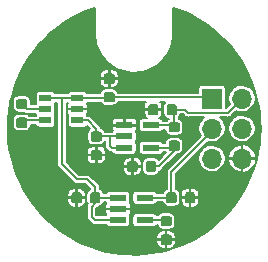
<source format=gbr>
G04 #@! TF.GenerationSoftware,KiCad,Pcbnew,5.99.0-unknown-4135f0c~100~ubuntu18.04.1*
G04 #@! TF.CreationDate,2019-10-31T11:44:12-04:00*
G04 #@! TF.ProjectId,psu,7073752e-6b69-4636-9164-5f7063625858,rev?*
G04 #@! TF.SameCoordinates,Original*
G04 #@! TF.FileFunction,Copper,L1,Top*
G04 #@! TF.FilePolarity,Positive*
%FSLAX46Y46*%
G04 Gerber Fmt 4.6, Leading zero omitted, Abs format (unit mm)*
G04 Created by KiCad (PCBNEW 5.99.0-unknown-4135f0c~100~ubuntu18.04.1) date 2019-10-31 11:44:12*
%MOMM*%
%LPD*%
G04 APERTURE LIST*
%ADD10R,1.473200X0.558800*%
%ADD11R,1.041400X0.609600*%
%ADD12O,1.700000X1.700000*%
%ADD13R,1.700000X1.700000*%
%ADD14C,0.600000*%
%ADD15C,0.200000*%
G04 APERTURE END LIST*
D10*
X200884950Y-105899998D03*
X200884950Y-107800000D03*
X198649750Y-107800000D03*
X198649750Y-106849999D03*
X198649750Y-105899998D03*
D11*
X195200000Y-99350000D03*
X195200000Y-98399999D03*
X195200000Y-97449998D03*
X192500000Y-97449998D03*
X192500000Y-98399999D03*
X192500000Y-99350000D03*
D10*
X201417600Y-99762499D03*
X201417600Y-101662501D03*
X199182400Y-101662501D03*
X199182400Y-100712500D03*
X199182400Y-99762499D03*
G04 #@! TA.AperFunction,SMDPad,CuDef*
G36*
X200164962Y-102791651D02*
G01*
X200235930Y-102839070D01*
X200283349Y-102910038D01*
X200300000Y-102993750D01*
X200300000Y-103506250D01*
X200283349Y-103589962D01*
X200235930Y-103660930D01*
X200164962Y-103708349D01*
X200081250Y-103725000D01*
X199643750Y-103725000D01*
X199560038Y-103708349D01*
X199489070Y-103660930D01*
X199441651Y-103589962D01*
X199425000Y-103506250D01*
X199425000Y-102993750D01*
X199441651Y-102910038D01*
X199489070Y-102839070D01*
X199560038Y-102791651D01*
X199643750Y-102775000D01*
X200081250Y-102775000D01*
X200164962Y-102791651D01*
G37*
G04 #@! TD.AperFunction*
G04 #@! TA.AperFunction,SMDPad,CuDef*
G36*
X201739962Y-102791651D02*
G01*
X201810930Y-102839070D01*
X201858349Y-102910038D01*
X201875000Y-102993750D01*
X201875000Y-103506250D01*
X201858349Y-103589962D01*
X201810930Y-103660930D01*
X201739962Y-103708349D01*
X201656250Y-103725000D01*
X201218750Y-103725000D01*
X201135038Y-103708349D01*
X201064070Y-103660930D01*
X201016651Y-103589962D01*
X201000000Y-103506250D01*
X201000000Y-102993750D01*
X201016651Y-102910038D01*
X201064070Y-102839070D01*
X201135038Y-102791651D01*
X201218750Y-102775000D01*
X201656250Y-102775000D01*
X201739962Y-102791651D01*
G37*
G04 #@! TD.AperFunction*
G04 #@! TA.AperFunction,SMDPad,CuDef*
G36*
X203739962Y-101066651D02*
G01*
X203810930Y-101114070D01*
X203858349Y-101185038D01*
X203875000Y-101268750D01*
X203875000Y-101706250D01*
X203858349Y-101789962D01*
X203810930Y-101860930D01*
X203739962Y-101908349D01*
X203656250Y-101925000D01*
X203143750Y-101925000D01*
X203060038Y-101908349D01*
X202989070Y-101860930D01*
X202941651Y-101789962D01*
X202925000Y-101706250D01*
X202925000Y-101268750D01*
X202941651Y-101185038D01*
X202989070Y-101114070D01*
X203060038Y-101066651D01*
X203143750Y-101050000D01*
X203656250Y-101050000D01*
X203739962Y-101066651D01*
G37*
G04 #@! TD.AperFunction*
G04 #@! TA.AperFunction,SMDPad,CuDef*
G36*
X203739962Y-99491651D02*
G01*
X203810930Y-99539070D01*
X203858349Y-99610038D01*
X203875000Y-99693750D01*
X203875000Y-100131250D01*
X203858349Y-100214962D01*
X203810930Y-100285930D01*
X203739962Y-100333349D01*
X203656250Y-100350000D01*
X203143750Y-100350000D01*
X203060038Y-100333349D01*
X202989070Y-100285930D01*
X202941651Y-100214962D01*
X202925000Y-100131250D01*
X202925000Y-99693750D01*
X202941651Y-99610038D01*
X202989070Y-99539070D01*
X203060038Y-99491651D01*
X203143750Y-99475000D01*
X203656250Y-99475000D01*
X203739962Y-99491651D01*
G37*
G04 #@! TD.AperFunction*
G04 #@! TA.AperFunction,SMDPad,CuDef*
G36*
X203057312Y-107441650D02*
G01*
X203128280Y-107489069D01*
X203175699Y-107560037D01*
X203192350Y-107643749D01*
X203192350Y-108081249D01*
X203175699Y-108164961D01*
X203128280Y-108235929D01*
X203057312Y-108283348D01*
X202973600Y-108299999D01*
X202461100Y-108299999D01*
X202377388Y-108283348D01*
X202306420Y-108235929D01*
X202259001Y-108164961D01*
X202242350Y-108081249D01*
X202242350Y-107643749D01*
X202259001Y-107560037D01*
X202306420Y-107489069D01*
X202377388Y-107441650D01*
X202461100Y-107424999D01*
X202973600Y-107424999D01*
X203057312Y-107441650D01*
G37*
G04 #@! TD.AperFunction*
G04 #@! TA.AperFunction,SMDPad,CuDef*
G36*
X203057312Y-109016650D02*
G01*
X203128280Y-109064069D01*
X203175699Y-109135037D01*
X203192350Y-109218749D01*
X203192350Y-109656249D01*
X203175699Y-109739961D01*
X203128280Y-109810929D01*
X203057312Y-109858348D01*
X202973600Y-109874999D01*
X202461100Y-109874999D01*
X202377388Y-109858348D01*
X202306420Y-109810929D01*
X202259001Y-109739961D01*
X202242350Y-109656249D01*
X202242350Y-109218749D01*
X202259001Y-109135037D01*
X202306420Y-109064069D01*
X202377388Y-109016650D01*
X202461100Y-108999999D01*
X202973600Y-108999999D01*
X203057312Y-109016650D01*
G37*
G04 #@! TD.AperFunction*
G04 #@! TA.AperFunction,SMDPad,CuDef*
G36*
X197139962Y-100291651D02*
G01*
X197210930Y-100339070D01*
X197258349Y-100410038D01*
X197275000Y-100493750D01*
X197275000Y-100931250D01*
X197258349Y-101014962D01*
X197210930Y-101085930D01*
X197139962Y-101133349D01*
X197056250Y-101150000D01*
X196543750Y-101150000D01*
X196460038Y-101133349D01*
X196389070Y-101085930D01*
X196341651Y-101014962D01*
X196325000Y-100931250D01*
X196325000Y-100493750D01*
X196341651Y-100410038D01*
X196389070Y-100339070D01*
X196460038Y-100291651D01*
X196543750Y-100275000D01*
X197056250Y-100275000D01*
X197139962Y-100291651D01*
G37*
G04 #@! TD.AperFunction*
G04 #@! TA.AperFunction,SMDPad,CuDef*
G36*
X197139962Y-101866651D02*
G01*
X197210930Y-101914070D01*
X197258349Y-101985038D01*
X197275000Y-102068750D01*
X197275000Y-102506250D01*
X197258349Y-102589962D01*
X197210930Y-102660930D01*
X197139962Y-102708349D01*
X197056250Y-102725000D01*
X196543750Y-102725000D01*
X196460038Y-102708349D01*
X196389070Y-102660930D01*
X196341651Y-102589962D01*
X196325000Y-102506250D01*
X196325000Y-102068750D01*
X196341651Y-101985038D01*
X196389070Y-101914070D01*
X196460038Y-101866651D01*
X196543750Y-101850000D01*
X197056250Y-101850000D01*
X197139962Y-101866651D01*
G37*
G04 #@! TD.AperFunction*
G04 #@! TA.AperFunction,SMDPad,CuDef*
G36*
X190839962Y-97541650D02*
G01*
X190910930Y-97589069D01*
X190958349Y-97660037D01*
X190975000Y-97743749D01*
X190975000Y-98181249D01*
X190958349Y-98264961D01*
X190910930Y-98335929D01*
X190839962Y-98383348D01*
X190756250Y-98399999D01*
X190243750Y-98399999D01*
X190160038Y-98383348D01*
X190089070Y-98335929D01*
X190041651Y-98264961D01*
X190025000Y-98181249D01*
X190025000Y-97743749D01*
X190041651Y-97660037D01*
X190089070Y-97589069D01*
X190160038Y-97541650D01*
X190243750Y-97524999D01*
X190756250Y-97524999D01*
X190839962Y-97541650D01*
G37*
G04 #@! TD.AperFunction*
G04 #@! TA.AperFunction,SMDPad,CuDef*
G36*
X190839962Y-99116650D02*
G01*
X190910930Y-99164069D01*
X190958349Y-99235037D01*
X190975000Y-99318749D01*
X190975000Y-99756249D01*
X190958349Y-99839961D01*
X190910930Y-99910929D01*
X190839962Y-99958348D01*
X190756250Y-99974999D01*
X190243750Y-99974999D01*
X190160038Y-99958348D01*
X190089070Y-99910929D01*
X190041651Y-99839961D01*
X190025000Y-99756249D01*
X190025000Y-99318749D01*
X190041651Y-99235037D01*
X190089070Y-99164069D01*
X190160038Y-99116650D01*
X190243750Y-99099999D01*
X190756250Y-99099999D01*
X190839962Y-99116650D01*
G37*
G04 #@! TD.AperFunction*
G04 #@! TA.AperFunction,SMDPad,CuDef*
G36*
X203489962Y-97991651D02*
G01*
X203560930Y-98039070D01*
X203608349Y-98110038D01*
X203625000Y-98193750D01*
X203625000Y-98706250D01*
X203608349Y-98789962D01*
X203560930Y-98860930D01*
X203489962Y-98908349D01*
X203406250Y-98925000D01*
X202968750Y-98925000D01*
X202885038Y-98908349D01*
X202814070Y-98860930D01*
X202766651Y-98789962D01*
X202750000Y-98706250D01*
X202750000Y-98193750D01*
X202766651Y-98110038D01*
X202814070Y-98039070D01*
X202885038Y-97991651D01*
X202968750Y-97975000D01*
X203406250Y-97975000D01*
X203489962Y-97991651D01*
G37*
G04 #@! TD.AperFunction*
G04 #@! TA.AperFunction,SMDPad,CuDef*
G36*
X201914962Y-97991651D02*
G01*
X201985930Y-98039070D01*
X202033349Y-98110038D01*
X202050000Y-98193750D01*
X202050000Y-98706250D01*
X202033349Y-98789962D01*
X201985930Y-98860930D01*
X201914962Y-98908349D01*
X201831250Y-98925000D01*
X201393750Y-98925000D01*
X201310038Y-98908349D01*
X201239070Y-98860930D01*
X201191651Y-98789962D01*
X201175000Y-98706250D01*
X201175000Y-98193750D01*
X201191651Y-98110038D01*
X201239070Y-98039070D01*
X201310038Y-97991651D01*
X201393750Y-97975000D01*
X201831250Y-97975000D01*
X201914962Y-97991651D01*
G37*
G04 #@! TD.AperFunction*
G04 #@! TA.AperFunction,SMDPad,CuDef*
G36*
X203464962Y-105441651D02*
G01*
X203535930Y-105489070D01*
X203583349Y-105560038D01*
X203600000Y-105643750D01*
X203600000Y-106156250D01*
X203583349Y-106239962D01*
X203535930Y-106310930D01*
X203464962Y-106358349D01*
X203381250Y-106375000D01*
X202943750Y-106375000D01*
X202860038Y-106358349D01*
X202789070Y-106310930D01*
X202741651Y-106239962D01*
X202725000Y-106156250D01*
X202725000Y-105643750D01*
X202741651Y-105560038D01*
X202789070Y-105489070D01*
X202860038Y-105441651D01*
X202943750Y-105425000D01*
X203381250Y-105425000D01*
X203464962Y-105441651D01*
G37*
G04 #@! TD.AperFunction*
G04 #@! TA.AperFunction,SMDPad,CuDef*
G36*
X205039962Y-105441651D02*
G01*
X205110930Y-105489070D01*
X205158349Y-105560038D01*
X205175000Y-105643750D01*
X205175000Y-106156250D01*
X205158349Y-106239962D01*
X205110930Y-106310930D01*
X205039962Y-106358349D01*
X204956250Y-106375000D01*
X204518750Y-106375000D01*
X204435038Y-106358349D01*
X204364070Y-106310930D01*
X204316651Y-106239962D01*
X204300000Y-106156250D01*
X204300000Y-105643750D01*
X204316651Y-105560038D01*
X204364070Y-105489070D01*
X204435038Y-105441651D01*
X204518750Y-105425000D01*
X204956250Y-105425000D01*
X205039962Y-105441651D01*
G37*
G04 #@! TD.AperFunction*
G04 #@! TA.AperFunction,SMDPad,CuDef*
G36*
X197007312Y-105441650D02*
G01*
X197078280Y-105489069D01*
X197125699Y-105560037D01*
X197142350Y-105643749D01*
X197142350Y-106156249D01*
X197125699Y-106239961D01*
X197078280Y-106310929D01*
X197007312Y-106358348D01*
X196923600Y-106374999D01*
X196486100Y-106374999D01*
X196402388Y-106358348D01*
X196331420Y-106310929D01*
X196284001Y-106239961D01*
X196267350Y-106156249D01*
X196267350Y-105643749D01*
X196284001Y-105560037D01*
X196331420Y-105489069D01*
X196402388Y-105441650D01*
X196486100Y-105424999D01*
X196923600Y-105424999D01*
X197007312Y-105441650D01*
G37*
G04 #@! TD.AperFunction*
G04 #@! TA.AperFunction,SMDPad,CuDef*
G36*
X195432312Y-105441650D02*
G01*
X195503280Y-105489069D01*
X195550699Y-105560037D01*
X195567350Y-105643749D01*
X195567350Y-106156249D01*
X195550699Y-106239961D01*
X195503280Y-106310929D01*
X195432312Y-106358348D01*
X195348600Y-106374999D01*
X194911100Y-106374999D01*
X194827388Y-106358348D01*
X194756420Y-106310929D01*
X194709001Y-106239961D01*
X194692350Y-106156249D01*
X194692350Y-105643749D01*
X194709001Y-105560037D01*
X194756420Y-105489069D01*
X194827388Y-105441650D01*
X194911100Y-105424999D01*
X195348600Y-105424999D01*
X195432312Y-105441650D01*
G37*
G04 #@! TD.AperFunction*
G04 #@! TA.AperFunction,SMDPad,CuDef*
G36*
X198239962Y-96966650D02*
G01*
X198310930Y-97014069D01*
X198358349Y-97085037D01*
X198375000Y-97168749D01*
X198375000Y-97606249D01*
X198358349Y-97689961D01*
X198310930Y-97760929D01*
X198239962Y-97808348D01*
X198156250Y-97824999D01*
X197643750Y-97824999D01*
X197560038Y-97808348D01*
X197489070Y-97760929D01*
X197441651Y-97689961D01*
X197425000Y-97606249D01*
X197425000Y-97168749D01*
X197441651Y-97085037D01*
X197489070Y-97014069D01*
X197560038Y-96966650D01*
X197643750Y-96949999D01*
X198156250Y-96949999D01*
X198239962Y-96966650D01*
G37*
G04 #@! TD.AperFunction*
G04 #@! TA.AperFunction,SMDPad,CuDef*
G36*
X198239962Y-95391650D02*
G01*
X198310930Y-95439069D01*
X198358349Y-95510037D01*
X198375000Y-95593749D01*
X198375000Y-96031249D01*
X198358349Y-96114961D01*
X198310930Y-96185929D01*
X198239962Y-96233348D01*
X198156250Y-96249999D01*
X197643750Y-96249999D01*
X197560038Y-96233348D01*
X197489070Y-96185929D01*
X197441651Y-96114961D01*
X197425000Y-96031249D01*
X197425000Y-95593749D01*
X197441651Y-95510037D01*
X197489070Y-95439069D01*
X197560038Y-95391650D01*
X197643750Y-95374999D01*
X198156250Y-95374999D01*
X198239962Y-95391650D01*
G37*
G04 #@! TD.AperFunction*
D12*
X209140000Y-102580000D03*
X206600000Y-102580000D03*
X209140000Y-100040000D03*
X206600000Y-100040000D03*
X209140000Y-97500000D03*
D13*
X206600000Y-97500000D03*
D14*
X195500000Y-102300000D03*
X198650000Y-103250000D03*
X204750000Y-107050000D03*
X197800000Y-99800000D03*
X200250000Y-98400000D03*
X196400000Y-98399999D03*
X196600000Y-95799999D03*
X201367350Y-109399999D03*
X197067350Y-107199999D03*
X195117350Y-107049999D03*
D15*
X203162500Y-103687500D02*
X206600000Y-100250000D01*
X206600000Y-100250000D02*
X206600000Y-100040000D01*
X203162500Y-105900000D02*
X203162500Y-103687500D01*
X196704850Y-105004850D02*
X196050000Y-104350000D01*
X196050000Y-104350000D02*
X195200000Y-104350000D01*
X196704850Y-105899999D02*
X196704850Y-105004850D01*
X195200000Y-104350000D02*
X193900002Y-103050002D01*
X193900002Y-103050002D02*
X193900002Y-97449998D01*
X193900002Y-97449998D02*
X195200000Y-97449998D01*
X192500000Y-97449998D02*
X193900002Y-97449998D01*
X195512500Y-102287500D02*
X195500000Y-102300000D01*
X196800000Y-102287500D02*
X195512500Y-102287500D01*
X197937500Y-101487500D02*
X198112501Y-101662501D01*
X197937500Y-100712500D02*
X197937500Y-101487500D01*
X198112501Y-101662501D02*
X199182400Y-101662501D01*
X197937500Y-100712500D02*
X199182400Y-100712500D01*
X196800000Y-100712500D02*
X197937500Y-100712500D01*
X196100000Y-99350000D02*
X196800000Y-100050000D01*
X196800000Y-100050000D02*
X196800000Y-100712500D01*
X195200000Y-99350000D02*
X196100000Y-99350000D01*
X199862500Y-103250000D02*
X198650000Y-103250000D01*
X201417600Y-101662501D02*
X203224999Y-101662501D01*
X203224999Y-101662501D02*
X203400000Y-101487500D01*
X203400000Y-101925000D02*
X202075000Y-103250000D01*
X203400000Y-101487500D02*
X203400000Y-101925000D01*
X202075000Y-103250000D02*
X201437500Y-103250000D01*
X204300000Y-98450000D02*
X204550000Y-98700000D01*
X203187500Y-98450000D02*
X204300000Y-98450000D01*
X204550000Y-98700000D02*
X207940000Y-98700000D01*
X207940000Y-98700000D02*
X209140000Y-97500000D01*
X203249999Y-99762499D02*
X203400000Y-99612498D01*
X201417600Y-99762499D02*
X203249999Y-99762499D01*
X203400000Y-99612498D02*
X203400000Y-98662500D01*
X203400000Y-98662500D02*
X203187500Y-98450000D01*
X200884950Y-105899998D02*
X203162498Y-105899998D01*
X203162498Y-105899998D02*
X203162500Y-105900000D01*
X204750000Y-105862500D02*
X204750000Y-107050000D01*
X204737500Y-105850000D02*
X204750000Y-105862500D01*
X197837501Y-99762499D02*
X197800000Y-99800000D01*
X199182400Y-99762499D02*
X197837501Y-99762499D01*
X200300000Y-98450000D02*
X200250000Y-98400000D01*
X201612500Y-98450000D02*
X200300000Y-98450000D01*
X206600000Y-100457349D02*
X206600000Y-100040000D01*
X197900000Y-97387499D02*
X206487499Y-97387499D01*
X206487499Y-97387499D02*
X206600000Y-97500000D01*
X195200000Y-98399999D02*
X196400000Y-98399999D01*
X192500000Y-98399999D02*
X190937500Y-98399999D01*
X190937500Y-98399999D02*
X190500000Y-97962499D01*
X190500000Y-97962499D02*
X190500000Y-98162499D01*
X190500000Y-99537499D02*
X190687499Y-99350000D01*
X190500000Y-99737499D02*
X190500000Y-99537499D01*
X190687499Y-99350000D02*
X192500000Y-99350000D01*
X206337500Y-97237500D02*
X206600000Y-97500000D01*
X195200000Y-97449998D02*
X197837501Y-97449998D01*
X197837501Y-97449998D02*
X197900000Y-97387499D01*
X196612500Y-95812499D02*
X196600000Y-95799999D01*
X197900000Y-95812499D02*
X196612500Y-95812499D01*
X201404850Y-109437499D02*
X201367350Y-109399999D01*
X202717350Y-109437499D02*
X201404850Y-109437499D01*
X200884950Y-107800000D02*
X202654851Y-107800000D01*
X202654851Y-107800000D02*
X202717350Y-107862499D01*
X196417350Y-107549999D02*
X196417350Y-106662499D01*
X196417350Y-106662499D02*
X196704850Y-106374999D01*
X196704850Y-106374999D02*
X196704850Y-105899999D01*
X196667351Y-107800000D02*
X196417350Y-107549999D01*
X198649750Y-107800000D02*
X196667351Y-107800000D01*
X197417350Y-106849999D02*
X197067350Y-107199999D01*
X198649750Y-106849999D02*
X197417350Y-106849999D01*
X195129850Y-107037499D02*
X195117350Y-107049999D01*
X195129850Y-105899999D02*
X195129850Y-107037499D01*
X196704850Y-105899999D02*
X198649749Y-105899999D01*
X198649749Y-105899999D02*
X198649750Y-105899998D01*
X200884950Y-105899998D02*
X201342150Y-105899998D01*
X200884950Y-105899998D02*
X201154851Y-105899998D01*
X206597500Y-100040000D02*
X206600000Y-100040000D01*
G36*
X196701000Y-91968419D02*
G01*
X196695731Y-91993099D01*
X196695893Y-92004691D01*
X196697539Y-92109512D01*
X196697506Y-92109750D01*
X196698541Y-92121269D01*
X196730235Y-92476388D01*
X196732146Y-92482288D01*
X196732011Y-92488479D01*
X196734340Y-92499835D01*
X196806660Y-92849049D01*
X196809236Y-92854689D01*
X196809817Y-92860890D01*
X196813444Y-92871900D01*
X196925411Y-93210459D01*
X196928617Y-93215764D01*
X196929896Y-93221806D01*
X196934754Y-93232332D01*
X197084913Y-93555818D01*
X197088706Y-93560717D01*
X197090749Y-93566804D01*
X197096765Y-93576565D01*
X197283052Y-93880560D01*
X197287384Y-93884992D01*
X197290051Y-93890672D01*
X197297204Y-93899799D01*
X197517205Y-94180376D01*
X197522020Y-94184282D01*
X197525310Y-94189599D01*
X197533459Y-94197845D01*
X197784266Y-94451292D01*
X197789495Y-94454616D01*
X197793416Y-94459573D01*
X197802445Y-94466797D01*
X198080692Y-94689715D01*
X198086272Y-94692419D01*
X198090721Y-94696875D01*
X198100535Y-94703029D01*
X198402562Y-94892491D01*
X198408413Y-94894534D01*
X198413390Y-94898486D01*
X198423802Y-94903435D01*
X198745603Y-95056926D01*
X198751651Y-95058284D01*
X198756999Y-95061606D01*
X198767977Y-95065363D01*
X199105271Y-95180845D01*
X199111437Y-95181498D01*
X199117133Y-95184185D01*
X199128449Y-95186650D01*
X199476797Y-95262601D01*
X199482995Y-95262542D01*
X199488893Y-95264532D01*
X199500426Y-95265698D01*
X199855259Y-95301115D01*
X199861411Y-95300343D01*
X199867473Y-95301637D01*
X199879064Y-95301475D01*
X200235639Y-95295874D01*
X200241660Y-95294401D01*
X200247956Y-95295001D01*
X200259485Y-95293475D01*
X200612893Y-95246948D01*
X200618705Y-95244793D01*
X200625109Y-95244664D01*
X200636357Y-95241811D01*
X200982028Y-95154984D01*
X200987551Y-95152176D01*
X200993708Y-95151338D01*
X201004558Y-95147257D01*
X201338143Y-95021205D01*
X201343310Y-95017779D01*
X201349389Y-95016224D01*
X201359691Y-95010911D01*
X201676527Y-94847379D01*
X201681264Y-94843383D01*
X201687180Y-94841118D01*
X201696839Y-94834614D01*
X201992683Y-94635815D01*
X201996929Y-94631302D01*
X202002570Y-94628359D01*
X202011432Y-94620768D01*
X202282431Y-94389314D01*
X202286134Y-94384337D01*
X202291291Y-94380839D01*
X202299191Y-94372357D01*
X202541925Y-94111143D01*
X202545029Y-94105779D01*
X202549820Y-94101650D01*
X202556658Y-94092328D01*
X202767729Y-93804990D01*
X202770196Y-93799302D01*
X202774405Y-93794733D01*
X202780164Y-93784671D01*
X202956847Y-93474912D01*
X202958643Y-93468981D01*
X202962369Y-93463863D01*
X202966892Y-93453232D01*
X203106773Y-93125286D01*
X203107876Y-93119186D01*
X203110941Y-93113758D01*
X203114245Y-93102646D01*
X203215521Y-92760746D01*
X203215916Y-92754561D01*
X203218381Y-92748710D01*
X203220351Y-92737344D01*
X203281649Y-92386120D01*
X203281330Y-92379929D01*
X203283073Y-92373949D01*
X203283754Y-92362376D01*
X203304281Y-92006378D01*
X203299000Y-91974990D01*
X203299000Y-89813198D01*
X203523296Y-89883929D01*
X204117043Y-90110690D01*
X204696282Y-90372256D01*
X205259004Y-90667723D01*
X205803205Y-90996038D01*
X206326990Y-91356060D01*
X206828502Y-91746510D01*
X207305958Y-92166002D01*
X207757702Y-92613080D01*
X208182146Y-93086173D01*
X208577775Y-93583591D01*
X208943205Y-94103594D01*
X209277170Y-94644383D01*
X209578460Y-95203997D01*
X209846027Y-95780488D01*
X210078947Y-96371865D01*
X210276367Y-96975965D01*
X210437632Y-97590778D01*
X210562142Y-98214033D01*
X210649471Y-98843574D01*
X210699308Y-99477183D01*
X210711481Y-100112649D01*
X210685947Y-100747695D01*
X210622794Y-101380134D01*
X210522243Y-102007717D01*
X210384657Y-102628199D01*
X210210509Y-103239447D01*
X210000418Y-103839291D01*
X209755114Y-104425639D01*
X209475479Y-104996382D01*
X209162480Y-105549550D01*
X208817233Y-106083168D01*
X208440941Y-106595380D01*
X208034932Y-107084377D01*
X207600643Y-107548427D01*
X207139591Y-107985909D01*
X206653398Y-108395286D01*
X206143821Y-108775077D01*
X205612582Y-109124004D01*
X205061581Y-109440812D01*
X204492785Y-109724371D01*
X203908146Y-109973712D01*
X203309775Y-110187929D01*
X202699718Y-110366293D01*
X202080199Y-110508154D01*
X201453326Y-110613028D01*
X200821357Y-110680539D01*
X200186496Y-110710449D01*
X199550929Y-110702656D01*
X198917016Y-110657189D01*
X198286880Y-110574202D01*
X197662780Y-110453991D01*
X197046891Y-110296974D01*
X196441435Y-110103719D01*
X195848458Y-109874877D01*
X195270140Y-109611292D01*
X194991038Y-109463499D01*
X201889493Y-109463499D01*
X201889493Y-109665908D01*
X201962316Y-109937689D01*
X202093901Y-110094506D01*
X202267297Y-110194616D01*
X202455813Y-110227856D01*
X202691350Y-110227856D01*
X202691350Y-109463499D01*
X202743350Y-109463499D01*
X202743350Y-110227856D01*
X202983259Y-110227856D01*
X203255040Y-110155033D01*
X203411857Y-110023448D01*
X203511967Y-109850052D01*
X203545207Y-109661536D01*
X203545207Y-109463499D01*
X202743350Y-109463499D01*
X202691350Y-109463499D01*
X201889493Y-109463499D01*
X194991038Y-109463499D01*
X194708450Y-109313861D01*
X194543339Y-109213462D01*
X201889493Y-109213462D01*
X201889493Y-109411499D01*
X202691350Y-109411499D01*
X202691350Y-108647142D01*
X202743350Y-108647142D01*
X202743350Y-109411499D01*
X203545207Y-109411499D01*
X203545207Y-109209089D01*
X203472384Y-108937310D01*
X203340799Y-108780492D01*
X203167403Y-108680382D01*
X202978887Y-108647142D01*
X202743350Y-108647142D01*
X202691350Y-108647142D01*
X202451440Y-108647142D01*
X202179661Y-108719965D01*
X202022843Y-108851550D01*
X201922733Y-109024946D01*
X201889493Y-109213462D01*
X194543339Y-109213462D01*
X194165393Y-108983646D01*
X193642883Y-108621808D01*
X193142730Y-108229603D01*
X192666727Y-107808432D01*
X192216561Y-107359795D01*
X191793769Y-106885222D01*
X191399872Y-106386416D01*
X191078710Y-105925999D01*
X194339493Y-105925999D01*
X194339493Y-106165908D01*
X194412316Y-106437689D01*
X194543901Y-106594506D01*
X194717297Y-106694616D01*
X194905813Y-106727856D01*
X195103850Y-106727856D01*
X195103850Y-105925999D01*
X195155850Y-105925999D01*
X195155850Y-106727856D01*
X195358259Y-106727856D01*
X195630040Y-106655033D01*
X195786857Y-106523448D01*
X195886967Y-106350052D01*
X195920207Y-106161536D01*
X195920207Y-105925999D01*
X195155850Y-105925999D01*
X195103850Y-105925999D01*
X194339493Y-105925999D01*
X191078710Y-105925999D01*
X191036272Y-105865161D01*
X190897365Y-105638462D01*
X194339493Y-105638462D01*
X194339493Y-105873999D01*
X195103850Y-105873999D01*
X195103850Y-105072142D01*
X195155850Y-105072142D01*
X195155850Y-105873999D01*
X195920207Y-105873999D01*
X195920207Y-105634089D01*
X195847384Y-105362310D01*
X195715799Y-105205492D01*
X195542403Y-105105382D01*
X195353887Y-105072142D01*
X195155850Y-105072142D01*
X195103850Y-105072142D01*
X194901440Y-105072142D01*
X194629661Y-105144965D01*
X194472843Y-105276550D01*
X194372733Y-105449946D01*
X194339493Y-105638462D01*
X190897365Y-105638462D01*
X190704198Y-105323211D01*
X190404864Y-104762550D01*
X190139300Y-104185107D01*
X189908455Y-103592939D01*
X189713132Y-102988121D01*
X189554025Y-102372786D01*
X189431690Y-101749100D01*
X189346559Y-101119242D01*
X189298933Y-100485464D01*
X189288977Y-99849962D01*
X189316729Y-99214987D01*
X189382087Y-98582801D01*
X189484827Y-97955580D01*
X189533788Y-97738365D01*
X189722536Y-97738365D01*
X189722536Y-98188945D01*
X189774608Y-98410340D01*
X189892692Y-98566709D01*
X190057268Y-98668610D01*
X190238366Y-98702463D01*
X190675692Y-98702463D01*
X190687161Y-98713932D01*
X190705990Y-98725766D01*
X190759415Y-98768491D01*
X190782310Y-98773734D01*
X190802232Y-98786256D01*
X190870856Y-98794014D01*
X190892621Y-98798999D01*
X190914948Y-98798999D01*
X190983119Y-98806706D01*
X191005189Y-98798999D01*
X191693180Y-98798999D01*
X191697648Y-98821463D01*
X191733420Y-98874999D01*
X191697648Y-98928536D01*
X191693180Y-98951000D01*
X191120683Y-98951000D01*
X191107308Y-98933289D01*
X190942732Y-98831388D01*
X190761634Y-98797535D01*
X190236054Y-98797535D01*
X190014659Y-98849607D01*
X189858290Y-98967691D01*
X189756389Y-99132267D01*
X189722536Y-99313365D01*
X189722536Y-99763945D01*
X189774608Y-99985340D01*
X189892692Y-100141709D01*
X190057268Y-100243610D01*
X190238366Y-100277463D01*
X190763946Y-100277463D01*
X190985341Y-100225391D01*
X191141710Y-100107307D01*
X191243611Y-99942731D01*
X191277464Y-99761633D01*
X191277464Y-99749000D01*
X191693180Y-99749000D01*
X191697648Y-99771464D01*
X191763733Y-99870367D01*
X191862636Y-99936452D01*
X191969550Y-99957718D01*
X193030450Y-99957718D01*
X193137364Y-99936452D01*
X193236267Y-99870367D01*
X193302352Y-99771464D01*
X193323618Y-99664550D01*
X193323618Y-99035450D01*
X193302352Y-98928536D01*
X193266580Y-98874999D01*
X193302352Y-98821463D01*
X193323618Y-98714549D01*
X193323618Y-98085449D01*
X193302352Y-97978535D01*
X193266580Y-97924998D01*
X193302352Y-97871462D01*
X193306820Y-97848998D01*
X193501003Y-97848998D01*
X193501002Y-102981956D01*
X193493376Y-103003673D01*
X193501002Y-103072206D01*
X193501002Y-103094971D01*
X193505948Y-103116653D01*
X193513514Y-103184639D01*
X193525995Y-103204535D01*
X193531228Y-103227478D01*
X193574274Y-103281498D01*
X193586133Y-103300403D01*
X193601915Y-103316185D01*
X193644673Y-103369844D01*
X193665730Y-103380002D01*
X194869748Y-104584020D01*
X194879712Y-104604769D01*
X194933564Y-104647836D01*
X194949664Y-104663935D01*
X194968488Y-104675765D01*
X195021914Y-104718492D01*
X195044810Y-104723735D01*
X195064732Y-104736257D01*
X195133358Y-104744015D01*
X195155122Y-104749000D01*
X195177449Y-104749000D01*
X195245620Y-104756707D01*
X195267690Y-104749000D01*
X195884730Y-104749000D01*
X196300182Y-105164453D01*
X196257009Y-105174607D01*
X196100640Y-105292691D01*
X195998739Y-105457267D01*
X195964886Y-105638365D01*
X195964886Y-106163945D01*
X196016958Y-106385340D01*
X196070932Y-106456813D01*
X196048859Y-106484413D01*
X196043616Y-106507308D01*
X196031093Y-106527233D01*
X196023333Y-106595868D01*
X196018351Y-106617621D01*
X196018351Y-106639939D01*
X196010643Y-106708119D01*
X196018351Y-106730192D01*
X196018350Y-107481953D01*
X196010724Y-107503670D01*
X196018350Y-107572203D01*
X196018350Y-107594968D01*
X196023296Y-107616650D01*
X196030862Y-107684636D01*
X196043343Y-107704532D01*
X196048576Y-107727475D01*
X196091622Y-107781495D01*
X196103481Y-107800400D01*
X196119262Y-107816182D01*
X196162022Y-107869843D01*
X196183082Y-107880001D01*
X196337098Y-108034018D01*
X196347063Y-108054769D01*
X196400915Y-108097836D01*
X196417015Y-108113935D01*
X196435839Y-108125765D01*
X196489265Y-108168492D01*
X196512161Y-108173735D01*
X196532083Y-108186257D01*
X196600709Y-108194015D01*
X196622473Y-108199000D01*
X196644800Y-108199000D01*
X196712971Y-108206707D01*
X196735041Y-108199000D01*
X197633460Y-108199000D01*
X197697583Y-108294967D01*
X197796486Y-108361052D01*
X197903400Y-108382318D01*
X199396100Y-108382318D01*
X199503014Y-108361052D01*
X199601917Y-108294967D01*
X199668002Y-108196064D01*
X199689268Y-108089150D01*
X199689268Y-107510850D01*
X199845432Y-107510850D01*
X199845432Y-108089150D01*
X199866698Y-108196064D01*
X199932783Y-108294967D01*
X200031686Y-108361052D01*
X200138600Y-108382318D01*
X201631300Y-108382318D01*
X201738214Y-108361052D01*
X201837117Y-108294967D01*
X201901240Y-108199000D01*
X201965771Y-108199000D01*
X201991958Y-108310340D01*
X202110042Y-108466709D01*
X202274618Y-108568610D01*
X202455716Y-108602463D01*
X202981296Y-108602463D01*
X203202691Y-108550391D01*
X203359060Y-108432307D01*
X203460961Y-108267731D01*
X203494814Y-108086633D01*
X203494814Y-107636053D01*
X203442742Y-107414658D01*
X203324658Y-107258289D01*
X203160082Y-107156388D01*
X202978984Y-107122535D01*
X202453404Y-107122535D01*
X202232009Y-107174607D01*
X202075640Y-107292691D01*
X202008578Y-107401000D01*
X201901240Y-107401000D01*
X201837117Y-107305033D01*
X201738214Y-107238948D01*
X201631300Y-107217682D01*
X200138600Y-107217682D01*
X200031686Y-107238948D01*
X199932783Y-107305033D01*
X199866698Y-107403936D01*
X199845432Y-107510850D01*
X199689268Y-107510850D01*
X199668002Y-107403936D01*
X199645325Y-107369998D01*
X199715101Y-107265572D01*
X199740248Y-107139150D01*
X199740248Y-106875999D01*
X197559252Y-106875999D01*
X197559252Y-107139150D01*
X197584399Y-107265572D01*
X197654175Y-107369999D01*
X197633460Y-107401000D01*
X196832622Y-107401000D01*
X196816350Y-107384729D01*
X196816350Y-106827769D01*
X196938869Y-106705251D01*
X196959618Y-106695287D01*
X196983737Y-106665128D01*
X197152691Y-106625391D01*
X197309060Y-106507307D01*
X197410961Y-106342731D01*
X197419136Y-106298999D01*
X197633461Y-106298999D01*
X197654175Y-106329999D01*
X197584399Y-106434426D01*
X197559252Y-106560848D01*
X197559252Y-106823999D01*
X199740248Y-106823999D01*
X199740248Y-106560848D01*
X199715101Y-106434426D01*
X199645325Y-106330000D01*
X199668002Y-106296062D01*
X199689268Y-106189148D01*
X199689268Y-105610848D01*
X199668002Y-105503934D01*
X199601917Y-105405031D01*
X199503014Y-105338946D01*
X199396100Y-105317680D01*
X197903400Y-105317680D01*
X197796486Y-105338946D01*
X197697583Y-105405031D01*
X197633459Y-105500999D01*
X197413049Y-105500999D01*
X197392742Y-105414658D01*
X197274658Y-105258289D01*
X197110082Y-105156388D01*
X197103850Y-105155223D01*
X197103850Y-105072896D01*
X197111476Y-105051179D01*
X197103850Y-104982642D01*
X197103850Y-104959880D01*
X197098904Y-104938201D01*
X197091339Y-104870213D01*
X197078857Y-104850316D01*
X197073623Y-104827372D01*
X197030579Y-104773355D01*
X197018719Y-104754448D01*
X197002935Y-104738664D01*
X196960178Y-104685006D01*
X196939121Y-104674849D01*
X196380253Y-104115982D01*
X196370288Y-104095231D01*
X196316431Y-104052160D01*
X196300336Y-104036066D01*
X196281514Y-104024237D01*
X196228087Y-103981509D01*
X196205188Y-103976264D01*
X196185264Y-103963742D01*
X196116641Y-103955985D01*
X196094878Y-103951000D01*
X196072551Y-103951000D01*
X196004380Y-103943293D01*
X195982310Y-103951000D01*
X195365272Y-103951000D01*
X194690272Y-103276000D01*
X199072143Y-103276000D01*
X199072143Y-103515909D01*
X199144966Y-103787690D01*
X199276551Y-103944507D01*
X199449947Y-104044617D01*
X199638463Y-104077857D01*
X199836500Y-104077857D01*
X199836500Y-103276000D01*
X199888500Y-103276000D01*
X199888500Y-104077857D01*
X200090909Y-104077857D01*
X200362690Y-104005034D01*
X200519507Y-103873449D01*
X200619617Y-103700053D01*
X200652857Y-103511537D01*
X200652857Y-103276000D01*
X199888500Y-103276000D01*
X199836500Y-103276000D01*
X199072143Y-103276000D01*
X194690272Y-103276000D01*
X194299002Y-102884731D01*
X194299002Y-102313500D01*
X195972143Y-102313500D01*
X195972143Y-102515909D01*
X196044966Y-102787690D01*
X196176551Y-102944507D01*
X196349947Y-103044617D01*
X196538463Y-103077857D01*
X196774000Y-103077857D01*
X196774000Y-102313500D01*
X196826000Y-102313500D01*
X196826000Y-103077857D01*
X197065909Y-103077857D01*
X197337690Y-103005034D01*
X197357438Y-102988463D01*
X199072143Y-102988463D01*
X199072143Y-103224000D01*
X199836500Y-103224000D01*
X199836500Y-102422143D01*
X199888500Y-102422143D01*
X199888500Y-103224000D01*
X200652857Y-103224000D01*
X200652857Y-102984090D01*
X200580034Y-102712311D01*
X200448449Y-102555493D01*
X200275053Y-102455383D01*
X200086537Y-102422143D01*
X199888500Y-102422143D01*
X199836500Y-102422143D01*
X199634090Y-102422143D01*
X199362311Y-102494966D01*
X199205493Y-102626551D01*
X199105383Y-102799947D01*
X199072143Y-102988463D01*
X197357438Y-102988463D01*
X197494507Y-102873449D01*
X197594617Y-102700053D01*
X197627857Y-102511537D01*
X197627857Y-102313500D01*
X196826000Y-102313500D01*
X196774000Y-102313500D01*
X195972143Y-102313500D01*
X194299002Y-102313500D01*
X194299002Y-102063463D01*
X195972143Y-102063463D01*
X195972143Y-102261500D01*
X196774000Y-102261500D01*
X196774000Y-101497143D01*
X196826000Y-101497143D01*
X196826000Y-102261500D01*
X197627857Y-102261500D01*
X197627857Y-102059090D01*
X197555034Y-101787311D01*
X197423449Y-101630493D01*
X197250053Y-101530383D01*
X197061537Y-101497143D01*
X196826000Y-101497143D01*
X196774000Y-101497143D01*
X196534090Y-101497143D01*
X196262311Y-101569966D01*
X196105493Y-101701551D01*
X196005383Y-101874947D01*
X195972143Y-102063463D01*
X194299002Y-102063463D01*
X194299002Y-98425999D01*
X194325402Y-98425999D01*
X194325402Y-98714550D01*
X194350549Y-98840972D01*
X194403353Y-98919998D01*
X194397648Y-98928536D01*
X194376382Y-99035450D01*
X194376382Y-99664550D01*
X194397648Y-99771464D01*
X194463733Y-99870367D01*
X194562636Y-99936452D01*
X194669550Y-99957718D01*
X195730450Y-99957718D01*
X195837364Y-99936452D01*
X195936267Y-99870367D01*
X195984264Y-99798534D01*
X196255222Y-100069493D01*
X196158290Y-100142692D01*
X196056389Y-100307268D01*
X196022536Y-100488366D01*
X196022536Y-100938946D01*
X196074608Y-101160341D01*
X196192692Y-101316710D01*
X196357268Y-101418611D01*
X196538366Y-101452464D01*
X197063946Y-101452464D01*
X197285341Y-101400392D01*
X197441710Y-101282308D01*
X197538500Y-101125986D01*
X197538501Y-101419453D01*
X197530874Y-101441170D01*
X197538501Y-101509713D01*
X197538501Y-101532470D01*
X197543446Y-101554149D01*
X197551012Y-101622137D01*
X197563493Y-101642033D01*
X197568727Y-101664978D01*
X197611771Y-101718995D01*
X197623631Y-101737901D01*
X197639416Y-101753686D01*
X197682173Y-101807344D01*
X197703230Y-101817501D01*
X197782248Y-101896519D01*
X197792213Y-101917270D01*
X197846070Y-101960341D01*
X197862165Y-101976435D01*
X197880986Y-101988263D01*
X197934415Y-102030993D01*
X197957311Y-102036236D01*
X197977233Y-102048758D01*
X198045859Y-102056516D01*
X198067623Y-102061501D01*
X198089950Y-102061501D01*
X198158121Y-102069208D01*
X198168774Y-102065488D01*
X198230233Y-102157468D01*
X198329136Y-102223553D01*
X198436050Y-102244819D01*
X199928750Y-102244819D01*
X200035664Y-102223553D01*
X200134567Y-102157468D01*
X200200652Y-102058565D01*
X200221918Y-101951651D01*
X200221918Y-101373351D01*
X200378082Y-101373351D01*
X200378082Y-101951651D01*
X200399348Y-102058565D01*
X200465433Y-102157468D01*
X200564336Y-102223553D01*
X200671250Y-102244819D01*
X202163950Y-102244819D01*
X202270864Y-102223553D01*
X202369767Y-102157468D01*
X202433890Y-102061501D01*
X202699228Y-102061501D01*
X202069751Y-102690978D01*
X202007308Y-102608290D01*
X201842732Y-102506389D01*
X201661634Y-102472536D01*
X201211054Y-102472536D01*
X200989659Y-102524608D01*
X200833290Y-102642692D01*
X200731389Y-102807268D01*
X200697536Y-102988366D01*
X200697536Y-103513946D01*
X200749608Y-103735341D01*
X200867692Y-103891710D01*
X201032268Y-103993611D01*
X201213366Y-104027464D01*
X201663946Y-104027464D01*
X201885341Y-103975392D01*
X202041710Y-103857308D01*
X202143611Y-103692732D01*
X202152945Y-103642797D01*
X202209635Y-103636488D01*
X202229532Y-103624007D01*
X202252479Y-103618772D01*
X202306498Y-103575726D01*
X202325401Y-103563869D01*
X202341181Y-103548089D01*
X202394843Y-103505329D01*
X202405001Y-103484271D01*
X203634020Y-102255252D01*
X203654769Y-102245288D01*
X203670200Y-102225993D01*
X203885341Y-102175392D01*
X204041710Y-102057308D01*
X204143611Y-101892732D01*
X204177464Y-101711634D01*
X204177464Y-101261054D01*
X204125392Y-101039659D01*
X204007308Y-100883290D01*
X203842732Y-100781389D01*
X203661634Y-100747536D01*
X203136054Y-100747536D01*
X202914659Y-100799608D01*
X202758290Y-100917692D01*
X202656389Y-101082268D01*
X202622536Y-101263366D01*
X202622536Y-101263501D01*
X202433890Y-101263501D01*
X202369767Y-101167534D01*
X202270864Y-101101449D01*
X202163950Y-101080183D01*
X200671250Y-101080183D01*
X200564336Y-101101449D01*
X200465433Y-101167534D01*
X200399348Y-101266437D01*
X200378082Y-101373351D01*
X200221918Y-101373351D01*
X200200652Y-101266437D01*
X200147908Y-101187501D01*
X200200652Y-101108564D01*
X200221918Y-101001650D01*
X200221918Y-100423350D01*
X200200652Y-100316436D01*
X200177975Y-100282498D01*
X200247751Y-100178072D01*
X200272898Y-100051650D01*
X200272898Y-99788499D01*
X198091902Y-99788499D01*
X198091902Y-100051650D01*
X198117049Y-100178072D01*
X198186825Y-100282499D01*
X198166110Y-100313500D01*
X197947623Y-100313500D01*
X197846885Y-100313412D01*
X197846701Y-100313500D01*
X197536879Y-100313500D01*
X197525392Y-100264659D01*
X197407308Y-100108290D01*
X197242732Y-100006389D01*
X197197376Y-99997911D01*
X197194054Y-99983348D01*
X197186488Y-99915362D01*
X197174007Y-99895466D01*
X197168774Y-99872523D01*
X197125731Y-99818508D01*
X197113868Y-99799597D01*
X197098081Y-99783810D01*
X197055327Y-99730156D01*
X197034272Y-99720000D01*
X196787620Y-99473348D01*
X198091902Y-99473348D01*
X198091902Y-99736499D01*
X199156400Y-99736499D01*
X199156400Y-99129201D01*
X199208400Y-99129201D01*
X199208400Y-99736499D01*
X200272898Y-99736499D01*
X200272898Y-99473348D01*
X200247751Y-99346926D01*
X200170615Y-99231484D01*
X200055173Y-99154348D01*
X199928751Y-99129201D01*
X199208400Y-99129201D01*
X199156400Y-99129201D01*
X198436049Y-99129201D01*
X198309627Y-99154348D01*
X198194185Y-99231484D01*
X198117049Y-99346926D01*
X198091902Y-99473348D01*
X196787620Y-99473348D01*
X196430253Y-99115982D01*
X196420288Y-99095231D01*
X196366431Y-99052160D01*
X196350336Y-99036066D01*
X196331514Y-99024237D01*
X196278087Y-98981509D01*
X196255188Y-98976264D01*
X196235264Y-98963742D01*
X196166641Y-98955985D01*
X196144878Y-98951000D01*
X196122551Y-98951000D01*
X196054380Y-98943293D01*
X196032310Y-98951000D01*
X196006820Y-98951000D01*
X196002352Y-98928536D01*
X195996647Y-98919998D01*
X196049451Y-98840972D01*
X196074598Y-98714550D01*
X196074598Y-98425999D01*
X194325402Y-98425999D01*
X194299002Y-98425999D01*
X194299002Y-97848998D01*
X194393180Y-97848998D01*
X194397648Y-97871462D01*
X194403353Y-97880000D01*
X194350549Y-97959026D01*
X194325402Y-98085448D01*
X194325402Y-98373999D01*
X196074598Y-98373999D01*
X196074598Y-98085448D01*
X196049451Y-97959026D01*
X195996647Y-97880000D01*
X196002352Y-97871462D01*
X196006820Y-97848998D01*
X197184922Y-97848998D01*
X197292692Y-97991709D01*
X197457268Y-98093610D01*
X197638366Y-98127463D01*
X198163946Y-98127463D01*
X198385341Y-98075391D01*
X198541710Y-97957307D01*
X198643611Y-97792731D01*
X198644776Y-97786499D01*
X201003225Y-97786499D01*
X200955493Y-97826551D01*
X200855383Y-97999947D01*
X200822143Y-98188463D01*
X200822143Y-98424000D01*
X202402857Y-98424000D01*
X202402857Y-98184090D01*
X202330034Y-97912311D01*
X202224466Y-97786499D01*
X202657702Y-97786499D01*
X202583290Y-97842692D01*
X202481389Y-98007268D01*
X202447536Y-98188366D01*
X202447536Y-98713946D01*
X202499608Y-98935341D01*
X202617692Y-99091710D01*
X202782268Y-99193611D01*
X202929462Y-99221126D01*
X202914659Y-99224608D01*
X202758290Y-99342692D01*
X202745407Y-99363499D01*
X202433890Y-99363499D01*
X202369767Y-99267532D01*
X202270864Y-99201447D01*
X202163950Y-99180181D01*
X202142309Y-99180181D01*
X202269507Y-99073449D01*
X202369617Y-98900053D01*
X202402857Y-98711537D01*
X202402857Y-98476000D01*
X200822143Y-98476000D01*
X200822143Y-98715909D01*
X200894966Y-98987690D01*
X201026551Y-99144507D01*
X201088340Y-99180181D01*
X200671250Y-99180181D01*
X200564336Y-99201447D01*
X200465433Y-99267532D01*
X200399348Y-99366435D01*
X200378082Y-99473349D01*
X200378082Y-100051649D01*
X200399348Y-100158563D01*
X200465433Y-100257466D01*
X200564336Y-100323551D01*
X200671250Y-100344817D01*
X202163950Y-100344817D01*
X202270864Y-100323551D01*
X202369767Y-100257466D01*
X202433890Y-100161499D01*
X202627840Y-100161499D01*
X202674608Y-100360341D01*
X202792692Y-100516710D01*
X202957268Y-100618611D01*
X203138366Y-100652464D01*
X203663946Y-100652464D01*
X203885341Y-100600392D01*
X204041710Y-100482308D01*
X204143611Y-100317732D01*
X204177464Y-100136634D01*
X204177464Y-99686054D01*
X204125392Y-99464659D01*
X204007308Y-99308290D01*
X203842732Y-99206389D01*
X203799000Y-99198214D01*
X203799000Y-99045534D01*
X203893611Y-98892732D01*
X203901786Y-98849000D01*
X204134730Y-98849000D01*
X204219747Y-98934018D01*
X204229712Y-98954769D01*
X204283563Y-98997835D01*
X204299661Y-99013933D01*
X204318490Y-99025767D01*
X204371915Y-99068492D01*
X204394810Y-99073735D01*
X204414732Y-99086257D01*
X204483356Y-99094015D01*
X204505121Y-99099000D01*
X204527448Y-99099000D01*
X204595619Y-99106707D01*
X204617689Y-99099000D01*
X205939530Y-99099000D01*
X205876552Y-99140212D01*
X205715560Y-99297867D01*
X205588256Y-99483789D01*
X205499490Y-99690898D01*
X205452640Y-99911302D01*
X205449494Y-100136611D01*
X205490171Y-100358238D01*
X205573120Y-100567745D01*
X205629891Y-100655837D01*
X202928481Y-103357248D01*
X202907732Y-103367212D01*
X202864665Y-103421064D01*
X202848566Y-103437164D01*
X202836731Y-103455994D01*
X202794009Y-103509414D01*
X202788765Y-103532311D01*
X202776243Y-103552234D01*
X202768483Y-103620869D01*
X202763501Y-103642622D01*
X202763501Y-103664940D01*
X202755793Y-103733120D01*
X202763501Y-103755193D01*
X202763500Y-105163121D01*
X202714659Y-105174608D01*
X202558290Y-105292692D01*
X202456389Y-105457268D01*
X202448215Y-105500998D01*
X201901240Y-105500998D01*
X201837117Y-105405031D01*
X201738214Y-105338946D01*
X201631300Y-105317680D01*
X200138600Y-105317680D01*
X200031686Y-105338946D01*
X199932783Y-105405031D01*
X199866698Y-105503934D01*
X199845432Y-105610848D01*
X199845432Y-106189148D01*
X199866698Y-106296062D01*
X199932783Y-106394965D01*
X200031686Y-106461050D01*
X200138600Y-106482316D01*
X201631300Y-106482316D01*
X201738214Y-106461050D01*
X201837117Y-106394965D01*
X201901240Y-106298998D01*
X202454300Y-106298998D01*
X202474608Y-106385341D01*
X202592692Y-106541710D01*
X202757268Y-106643611D01*
X202938366Y-106677464D01*
X203388946Y-106677464D01*
X203610341Y-106625392D01*
X203766710Y-106507308D01*
X203868611Y-106342732D01*
X203902464Y-106161634D01*
X203902464Y-105926000D01*
X203947143Y-105926000D01*
X203947143Y-106165909D01*
X204019966Y-106437690D01*
X204151551Y-106594507D01*
X204324947Y-106694617D01*
X204513463Y-106727857D01*
X204711500Y-106727857D01*
X204711500Y-105926000D01*
X204763500Y-105926000D01*
X204763500Y-106727857D01*
X204965909Y-106727857D01*
X205237690Y-106655034D01*
X205394507Y-106523449D01*
X205494617Y-106350053D01*
X205527857Y-106161537D01*
X205527857Y-105926000D01*
X204763500Y-105926000D01*
X204711500Y-105926000D01*
X203947143Y-105926000D01*
X203902464Y-105926000D01*
X203902464Y-105638463D01*
X203947143Y-105638463D01*
X203947143Y-105874000D01*
X204711500Y-105874000D01*
X204711500Y-105072143D01*
X204763500Y-105072143D01*
X204763500Y-105874000D01*
X205527857Y-105874000D01*
X205527857Y-105634090D01*
X205455034Y-105362311D01*
X205323449Y-105205493D01*
X205150053Y-105105383D01*
X204961537Y-105072143D01*
X204763500Y-105072143D01*
X204711500Y-105072143D01*
X204509090Y-105072143D01*
X204237311Y-105144966D01*
X204080493Y-105276551D01*
X203980383Y-105449947D01*
X203947143Y-105638463D01*
X203902464Y-105638463D01*
X203902464Y-105636054D01*
X203850392Y-105414659D01*
X203732308Y-105258290D01*
X203567732Y-105156389D01*
X203561500Y-105155224D01*
X203561500Y-103852771D01*
X204737660Y-102676611D01*
X205449494Y-102676611D01*
X205490171Y-102898238D01*
X205573121Y-103107745D01*
X205695183Y-103297150D01*
X205851710Y-103459238D01*
X206036739Y-103587837D01*
X206243223Y-103678047D01*
X206463296Y-103726433D01*
X206688577Y-103731152D01*
X206910483Y-103692024D01*
X207120563Y-103610539D01*
X207310815Y-103489801D01*
X207473992Y-103334410D01*
X207603880Y-103150283D01*
X207695529Y-102944434D01*
X207745605Y-102724024D01*
X207747252Y-102606000D01*
X207938330Y-102606000D01*
X207956490Y-102803626D01*
X208020128Y-103023389D01*
X208124175Y-103227152D01*
X208264875Y-103407565D01*
X208437152Y-103558116D01*
X208634790Y-103673375D01*
X208850657Y-103749182D01*
X209114000Y-103788303D01*
X209114000Y-102606000D01*
X209166000Y-102606000D01*
X209166000Y-103778993D01*
X209305546Y-103773022D01*
X209528154Y-103720194D01*
X209736756Y-103626225D01*
X209923826Y-103494506D01*
X210082614Y-103329790D01*
X210207391Y-103138019D01*
X210293652Y-102926112D01*
X210357326Y-102606000D01*
X209166000Y-102606000D01*
X209114000Y-102606000D01*
X207938330Y-102606000D01*
X207747252Y-102606000D01*
X207747979Y-102554000D01*
X207937711Y-102554000D01*
X209114000Y-102554000D01*
X209166000Y-102554000D01*
X210355849Y-102554000D01*
X210296040Y-102241950D01*
X210211260Y-102029447D01*
X210087826Y-101836810D01*
X209930192Y-101670989D01*
X209744046Y-101537966D01*
X209536105Y-101442543D01*
X209313870Y-101388163D01*
X209166000Y-101380803D01*
X209166000Y-102554000D01*
X209114000Y-102554000D01*
X209114000Y-101372737D01*
X208858826Y-101408826D01*
X208642435Y-101483125D01*
X208443998Y-101597002D01*
X208270674Y-101746347D01*
X208128718Y-101925773D01*
X208023251Y-102128805D01*
X207958080Y-102348117D01*
X207937711Y-102554000D01*
X207747979Y-102554000D01*
X207749181Y-102468020D01*
X207705278Y-102246296D01*
X207619411Y-102037969D01*
X207494715Y-101850288D01*
X207335941Y-101690401D01*
X207149135Y-101564397D01*
X206941411Y-101477079D01*
X206720684Y-101431770D01*
X206495359Y-101430197D01*
X206274021Y-101472420D01*
X206065100Y-101556829D01*
X205876552Y-101680212D01*
X205715560Y-101837867D01*
X205588256Y-102023789D01*
X205499490Y-102230898D01*
X205452640Y-102451302D01*
X205449494Y-102676611D01*
X204737660Y-102676611D01*
X206270278Y-101143995D01*
X206463296Y-101186433D01*
X206688577Y-101191152D01*
X206910483Y-101152024D01*
X207120563Y-101070539D01*
X207310815Y-100949801D01*
X207473992Y-100794410D01*
X207603880Y-100610283D01*
X207695529Y-100404434D01*
X207745605Y-100184024D01*
X207746267Y-100136611D01*
X207989494Y-100136611D01*
X208030171Y-100358238D01*
X208113121Y-100567745D01*
X208235183Y-100757150D01*
X208391710Y-100919238D01*
X208576739Y-101047837D01*
X208783223Y-101138047D01*
X209003296Y-101186433D01*
X209228577Y-101191152D01*
X209450483Y-101152024D01*
X209660563Y-101070539D01*
X209850815Y-100949801D01*
X210013992Y-100794410D01*
X210143880Y-100610283D01*
X210235529Y-100404434D01*
X210285605Y-100184024D01*
X210289181Y-99928020D01*
X210245278Y-99706296D01*
X210159411Y-99497969D01*
X210034715Y-99310288D01*
X209875941Y-99150401D01*
X209689135Y-99024397D01*
X209481411Y-98937079D01*
X209260684Y-98891770D01*
X209035359Y-98890197D01*
X208814021Y-98932420D01*
X208605100Y-99016829D01*
X208416552Y-99140212D01*
X208255560Y-99297867D01*
X208128256Y-99483789D01*
X208039490Y-99690898D01*
X207992640Y-99911302D01*
X207989494Y-100136611D01*
X207746267Y-100136611D01*
X207749181Y-99928020D01*
X207705278Y-99706296D01*
X207619411Y-99497969D01*
X207494715Y-99310288D01*
X207335941Y-99150401D01*
X207259737Y-99099000D01*
X207871954Y-99099000D01*
X207893671Y-99106626D01*
X207962204Y-99099000D01*
X207984969Y-99099000D01*
X208006657Y-99094053D01*
X208074635Y-99086488D01*
X208094532Y-99074007D01*
X208117479Y-99068772D01*
X208171498Y-99025726D01*
X208190401Y-99013869D01*
X208206181Y-98998089D01*
X208259845Y-98955327D01*
X208270002Y-98934269D01*
X208660041Y-98544230D01*
X208783223Y-98598047D01*
X209003296Y-98646433D01*
X209228577Y-98651152D01*
X209450483Y-98612024D01*
X209660563Y-98530539D01*
X209850815Y-98409801D01*
X210013992Y-98254410D01*
X210143880Y-98070283D01*
X210235529Y-97864434D01*
X210285605Y-97644024D01*
X210289181Y-97388020D01*
X210245278Y-97166296D01*
X210159411Y-96957969D01*
X210034715Y-96770288D01*
X209875941Y-96610401D01*
X209689135Y-96484397D01*
X209481411Y-96397079D01*
X209260684Y-96351770D01*
X209035359Y-96350197D01*
X208814021Y-96392420D01*
X208605100Y-96476829D01*
X208416552Y-96600212D01*
X208255560Y-96757867D01*
X208128256Y-96943789D01*
X208039490Y-97150898D01*
X207992640Y-97371302D01*
X207989494Y-97596611D01*
X208030171Y-97818238D01*
X208094646Y-97981083D01*
X207774730Y-98301000D01*
X207752918Y-98301000D01*
X207752918Y-96640250D01*
X207731652Y-96533336D01*
X207665567Y-96434433D01*
X207566664Y-96368348D01*
X207459750Y-96347082D01*
X205740250Y-96347082D01*
X205633336Y-96368348D01*
X205534433Y-96434433D01*
X205468348Y-96533336D01*
X205447082Y-96640250D01*
X205447082Y-96988499D01*
X198636879Y-96988499D01*
X198625392Y-96939658D01*
X198507308Y-96783289D01*
X198342732Y-96681388D01*
X198161634Y-96647535D01*
X197636054Y-96647535D01*
X197414659Y-96699607D01*
X197258290Y-96817691D01*
X197156389Y-96982267D01*
X197143541Y-97050998D01*
X196006820Y-97050998D01*
X196002352Y-97028534D01*
X195936267Y-96929631D01*
X195837364Y-96863546D01*
X195730450Y-96842280D01*
X194669550Y-96842280D01*
X194562636Y-96863546D01*
X194463733Y-96929631D01*
X194397648Y-97028534D01*
X194393180Y-97050998D01*
X193910126Y-97050998D01*
X193809388Y-97050910D01*
X193809204Y-97050998D01*
X193306820Y-97050998D01*
X193302352Y-97028534D01*
X193236267Y-96929631D01*
X193137364Y-96863546D01*
X193030450Y-96842280D01*
X191969550Y-96842280D01*
X191862636Y-96863546D01*
X191763733Y-96929631D01*
X191697648Y-97028534D01*
X191676382Y-97135448D01*
X191676382Y-97764548D01*
X191697648Y-97871462D01*
X191733420Y-97924998D01*
X191697648Y-97978535D01*
X191693180Y-98000999D01*
X191277464Y-98000999D01*
X191277464Y-97736053D01*
X191225392Y-97514658D01*
X191107308Y-97358289D01*
X190942732Y-97256388D01*
X190761634Y-97222535D01*
X190236054Y-97222535D01*
X190014659Y-97274607D01*
X189858290Y-97392691D01*
X189756389Y-97557267D01*
X189722536Y-97738365D01*
X189533788Y-97738365D01*
X189624582Y-97335567D01*
X189800867Y-96724912D01*
X190013046Y-96125819D01*
X190134429Y-95838499D01*
X197072143Y-95838499D01*
X197072143Y-96040908D01*
X197144966Y-96312689D01*
X197276551Y-96469506D01*
X197449947Y-96569616D01*
X197638463Y-96602856D01*
X197874000Y-96602856D01*
X197874000Y-95838499D01*
X197926000Y-95838499D01*
X197926000Y-96602856D01*
X198165909Y-96602856D01*
X198437690Y-96530033D01*
X198594507Y-96398448D01*
X198694617Y-96225052D01*
X198727857Y-96036536D01*
X198727857Y-95838499D01*
X197926000Y-95838499D01*
X197874000Y-95838499D01*
X197072143Y-95838499D01*
X190134429Y-95838499D01*
X190240062Y-95588462D01*
X197072143Y-95588462D01*
X197072143Y-95786499D01*
X197874000Y-95786499D01*
X197874000Y-95022142D01*
X197926000Y-95022142D01*
X197926000Y-95786499D01*
X198727857Y-95786499D01*
X198727857Y-95584089D01*
X198655034Y-95312310D01*
X198523449Y-95155492D01*
X198350053Y-95055382D01*
X198161537Y-95022142D01*
X197926000Y-95022142D01*
X197874000Y-95022142D01*
X197634090Y-95022142D01*
X197362311Y-95094965D01*
X197205493Y-95226550D01*
X197105383Y-95399946D01*
X197072143Y-95588462D01*
X190240062Y-95588462D01*
X190260392Y-95540342D01*
X190542024Y-94970566D01*
X190856938Y-94418517D01*
X191204060Y-93886085D01*
X191582123Y-93375208D01*
X191989848Y-92887616D01*
X192425751Y-92425089D01*
X192888328Y-91989217D01*
X193375926Y-91581558D01*
X193886863Y-91203518D01*
X194419309Y-90856455D01*
X194971406Y-90541578D01*
X195541202Y-90259998D01*
X196126686Y-90012710D01*
X196701002Y-89809362D01*
X196701000Y-91968419D01*
G37*
X196701000Y-91968419D02*
X196695731Y-91993099D01*
X196695893Y-92004691D01*
X196697539Y-92109512D01*
X196697506Y-92109750D01*
X196698541Y-92121269D01*
X196730235Y-92476388D01*
X196732146Y-92482288D01*
X196732011Y-92488479D01*
X196734340Y-92499835D01*
X196806660Y-92849049D01*
X196809236Y-92854689D01*
X196809817Y-92860890D01*
X196813444Y-92871900D01*
X196925411Y-93210459D01*
X196928617Y-93215764D01*
X196929896Y-93221806D01*
X196934754Y-93232332D01*
X197084913Y-93555818D01*
X197088706Y-93560717D01*
X197090749Y-93566804D01*
X197096765Y-93576565D01*
X197283052Y-93880560D01*
X197287384Y-93884992D01*
X197290051Y-93890672D01*
X197297204Y-93899799D01*
X197517205Y-94180376D01*
X197522020Y-94184282D01*
X197525310Y-94189599D01*
X197533459Y-94197845D01*
X197784266Y-94451292D01*
X197789495Y-94454616D01*
X197793416Y-94459573D01*
X197802445Y-94466797D01*
X198080692Y-94689715D01*
X198086272Y-94692419D01*
X198090721Y-94696875D01*
X198100535Y-94703029D01*
X198402562Y-94892491D01*
X198408413Y-94894534D01*
X198413390Y-94898486D01*
X198423802Y-94903435D01*
X198745603Y-95056926D01*
X198751651Y-95058284D01*
X198756999Y-95061606D01*
X198767977Y-95065363D01*
X199105271Y-95180845D01*
X199111437Y-95181498D01*
X199117133Y-95184185D01*
X199128449Y-95186650D01*
X199476797Y-95262601D01*
X199482995Y-95262542D01*
X199488893Y-95264532D01*
X199500426Y-95265698D01*
X199855259Y-95301115D01*
X199861411Y-95300343D01*
X199867473Y-95301637D01*
X199879064Y-95301475D01*
X200235639Y-95295874D01*
X200241660Y-95294401D01*
X200247956Y-95295001D01*
X200259485Y-95293475D01*
X200612893Y-95246948D01*
X200618705Y-95244793D01*
X200625109Y-95244664D01*
X200636357Y-95241811D01*
X200982028Y-95154984D01*
X200987551Y-95152176D01*
X200993708Y-95151338D01*
X201004558Y-95147257D01*
X201338143Y-95021205D01*
X201343310Y-95017779D01*
X201349389Y-95016224D01*
X201359691Y-95010911D01*
X201676527Y-94847379D01*
X201681264Y-94843383D01*
X201687180Y-94841118D01*
X201696839Y-94834614D01*
X201992683Y-94635815D01*
X201996929Y-94631302D01*
X202002570Y-94628359D01*
X202011432Y-94620768D01*
X202282431Y-94389314D01*
X202286134Y-94384337D01*
X202291291Y-94380839D01*
X202299191Y-94372357D01*
X202541925Y-94111143D01*
X202545029Y-94105779D01*
X202549820Y-94101650D01*
X202556658Y-94092328D01*
X202767729Y-93804990D01*
X202770196Y-93799302D01*
X202774405Y-93794733D01*
X202780164Y-93784671D01*
X202956847Y-93474912D01*
X202958643Y-93468981D01*
X202962369Y-93463863D01*
X202966892Y-93453232D01*
X203106773Y-93125286D01*
X203107876Y-93119186D01*
X203110941Y-93113758D01*
X203114245Y-93102646D01*
X203215521Y-92760746D01*
X203215916Y-92754561D01*
X203218381Y-92748710D01*
X203220351Y-92737344D01*
X203281649Y-92386120D01*
X203281330Y-92379929D01*
X203283073Y-92373949D01*
X203283754Y-92362376D01*
X203304281Y-92006378D01*
X203299000Y-91974990D01*
X203299000Y-89813198D01*
X203523296Y-89883929D01*
X204117043Y-90110690D01*
X204696282Y-90372256D01*
X205259004Y-90667723D01*
X205803205Y-90996038D01*
X206326990Y-91356060D01*
X206828502Y-91746510D01*
X207305958Y-92166002D01*
X207757702Y-92613080D01*
X208182146Y-93086173D01*
X208577775Y-93583591D01*
X208943205Y-94103594D01*
X209277170Y-94644383D01*
X209578460Y-95203997D01*
X209846027Y-95780488D01*
X210078947Y-96371865D01*
X210276367Y-96975965D01*
X210437632Y-97590778D01*
X210562142Y-98214033D01*
X210649471Y-98843574D01*
X210699308Y-99477183D01*
X210711481Y-100112649D01*
X210685947Y-100747695D01*
X210622794Y-101380134D01*
X210522243Y-102007717D01*
X210384657Y-102628199D01*
X210210509Y-103239447D01*
X210000418Y-103839291D01*
X209755114Y-104425639D01*
X209475479Y-104996382D01*
X209162480Y-105549550D01*
X208817233Y-106083168D01*
X208440941Y-106595380D01*
X208034932Y-107084377D01*
X207600643Y-107548427D01*
X207139591Y-107985909D01*
X206653398Y-108395286D01*
X206143821Y-108775077D01*
X205612582Y-109124004D01*
X205061581Y-109440812D01*
X204492785Y-109724371D01*
X203908146Y-109973712D01*
X203309775Y-110187929D01*
X202699718Y-110366293D01*
X202080199Y-110508154D01*
X201453326Y-110613028D01*
X200821357Y-110680539D01*
X200186496Y-110710449D01*
X199550929Y-110702656D01*
X198917016Y-110657189D01*
X198286880Y-110574202D01*
X197662780Y-110453991D01*
X197046891Y-110296974D01*
X196441435Y-110103719D01*
X195848458Y-109874877D01*
X195270140Y-109611292D01*
X194991038Y-109463499D01*
X201889493Y-109463499D01*
X201889493Y-109665908D01*
X201962316Y-109937689D01*
X202093901Y-110094506D01*
X202267297Y-110194616D01*
X202455813Y-110227856D01*
X202691350Y-110227856D01*
X202691350Y-109463499D01*
X202743350Y-109463499D01*
X202743350Y-110227856D01*
X202983259Y-110227856D01*
X203255040Y-110155033D01*
X203411857Y-110023448D01*
X203511967Y-109850052D01*
X203545207Y-109661536D01*
X203545207Y-109463499D01*
X202743350Y-109463499D01*
X202691350Y-109463499D01*
X201889493Y-109463499D01*
X194991038Y-109463499D01*
X194708450Y-109313861D01*
X194543339Y-109213462D01*
X201889493Y-109213462D01*
X201889493Y-109411499D01*
X202691350Y-109411499D01*
X202691350Y-108647142D01*
X202743350Y-108647142D01*
X202743350Y-109411499D01*
X203545207Y-109411499D01*
X203545207Y-109209089D01*
X203472384Y-108937310D01*
X203340799Y-108780492D01*
X203167403Y-108680382D01*
X202978887Y-108647142D01*
X202743350Y-108647142D01*
X202691350Y-108647142D01*
X202451440Y-108647142D01*
X202179661Y-108719965D01*
X202022843Y-108851550D01*
X201922733Y-109024946D01*
X201889493Y-109213462D01*
X194543339Y-109213462D01*
X194165393Y-108983646D01*
X193642883Y-108621808D01*
X193142730Y-108229603D01*
X192666727Y-107808432D01*
X192216561Y-107359795D01*
X191793769Y-106885222D01*
X191399872Y-106386416D01*
X191078710Y-105925999D01*
X194339493Y-105925999D01*
X194339493Y-106165908D01*
X194412316Y-106437689D01*
X194543901Y-106594506D01*
X194717297Y-106694616D01*
X194905813Y-106727856D01*
X195103850Y-106727856D01*
X195103850Y-105925999D01*
X195155850Y-105925999D01*
X195155850Y-106727856D01*
X195358259Y-106727856D01*
X195630040Y-106655033D01*
X195786857Y-106523448D01*
X195886967Y-106350052D01*
X195920207Y-106161536D01*
X195920207Y-105925999D01*
X195155850Y-105925999D01*
X195103850Y-105925999D01*
X194339493Y-105925999D01*
X191078710Y-105925999D01*
X191036272Y-105865161D01*
X190897365Y-105638462D01*
X194339493Y-105638462D01*
X194339493Y-105873999D01*
X195103850Y-105873999D01*
X195103850Y-105072142D01*
X195155850Y-105072142D01*
X195155850Y-105873999D01*
X195920207Y-105873999D01*
X195920207Y-105634089D01*
X195847384Y-105362310D01*
X195715799Y-105205492D01*
X195542403Y-105105382D01*
X195353887Y-105072142D01*
X195155850Y-105072142D01*
X195103850Y-105072142D01*
X194901440Y-105072142D01*
X194629661Y-105144965D01*
X194472843Y-105276550D01*
X194372733Y-105449946D01*
X194339493Y-105638462D01*
X190897365Y-105638462D01*
X190704198Y-105323211D01*
X190404864Y-104762550D01*
X190139300Y-104185107D01*
X189908455Y-103592939D01*
X189713132Y-102988121D01*
X189554025Y-102372786D01*
X189431690Y-101749100D01*
X189346559Y-101119242D01*
X189298933Y-100485464D01*
X189288977Y-99849962D01*
X189316729Y-99214987D01*
X189382087Y-98582801D01*
X189484827Y-97955580D01*
X189533788Y-97738365D01*
X189722536Y-97738365D01*
X189722536Y-98188945D01*
X189774608Y-98410340D01*
X189892692Y-98566709D01*
X190057268Y-98668610D01*
X190238366Y-98702463D01*
X190675692Y-98702463D01*
X190687161Y-98713932D01*
X190705990Y-98725766D01*
X190759415Y-98768491D01*
X190782310Y-98773734D01*
X190802232Y-98786256D01*
X190870856Y-98794014D01*
X190892621Y-98798999D01*
X190914948Y-98798999D01*
X190983119Y-98806706D01*
X191005189Y-98798999D01*
X191693180Y-98798999D01*
X191697648Y-98821463D01*
X191733420Y-98874999D01*
X191697648Y-98928536D01*
X191693180Y-98951000D01*
X191120683Y-98951000D01*
X191107308Y-98933289D01*
X190942732Y-98831388D01*
X190761634Y-98797535D01*
X190236054Y-98797535D01*
X190014659Y-98849607D01*
X189858290Y-98967691D01*
X189756389Y-99132267D01*
X189722536Y-99313365D01*
X189722536Y-99763945D01*
X189774608Y-99985340D01*
X189892692Y-100141709D01*
X190057268Y-100243610D01*
X190238366Y-100277463D01*
X190763946Y-100277463D01*
X190985341Y-100225391D01*
X191141710Y-100107307D01*
X191243611Y-99942731D01*
X191277464Y-99761633D01*
X191277464Y-99749000D01*
X191693180Y-99749000D01*
X191697648Y-99771464D01*
X191763733Y-99870367D01*
X191862636Y-99936452D01*
X191969550Y-99957718D01*
X193030450Y-99957718D01*
X193137364Y-99936452D01*
X193236267Y-99870367D01*
X193302352Y-99771464D01*
X193323618Y-99664550D01*
X193323618Y-99035450D01*
X193302352Y-98928536D01*
X193266580Y-98874999D01*
X193302352Y-98821463D01*
X193323618Y-98714549D01*
X193323618Y-98085449D01*
X193302352Y-97978535D01*
X193266580Y-97924998D01*
X193302352Y-97871462D01*
X193306820Y-97848998D01*
X193501003Y-97848998D01*
X193501002Y-102981956D01*
X193493376Y-103003673D01*
X193501002Y-103072206D01*
X193501002Y-103094971D01*
X193505948Y-103116653D01*
X193513514Y-103184639D01*
X193525995Y-103204535D01*
X193531228Y-103227478D01*
X193574274Y-103281498D01*
X193586133Y-103300403D01*
X193601915Y-103316185D01*
X193644673Y-103369844D01*
X193665730Y-103380002D01*
X194869748Y-104584020D01*
X194879712Y-104604769D01*
X194933564Y-104647836D01*
X194949664Y-104663935D01*
X194968488Y-104675765D01*
X195021914Y-104718492D01*
X195044810Y-104723735D01*
X195064732Y-104736257D01*
X195133358Y-104744015D01*
X195155122Y-104749000D01*
X195177449Y-104749000D01*
X195245620Y-104756707D01*
X195267690Y-104749000D01*
X195884730Y-104749000D01*
X196300182Y-105164453D01*
X196257009Y-105174607D01*
X196100640Y-105292691D01*
X195998739Y-105457267D01*
X195964886Y-105638365D01*
X195964886Y-106163945D01*
X196016958Y-106385340D01*
X196070932Y-106456813D01*
X196048859Y-106484413D01*
X196043616Y-106507308D01*
X196031093Y-106527233D01*
X196023333Y-106595868D01*
X196018351Y-106617621D01*
X196018351Y-106639939D01*
X196010643Y-106708119D01*
X196018351Y-106730192D01*
X196018350Y-107481953D01*
X196010724Y-107503670D01*
X196018350Y-107572203D01*
X196018350Y-107594968D01*
X196023296Y-107616650D01*
X196030862Y-107684636D01*
X196043343Y-107704532D01*
X196048576Y-107727475D01*
X196091622Y-107781495D01*
X196103481Y-107800400D01*
X196119262Y-107816182D01*
X196162022Y-107869843D01*
X196183082Y-107880001D01*
X196337098Y-108034018D01*
X196347063Y-108054769D01*
X196400915Y-108097836D01*
X196417015Y-108113935D01*
X196435839Y-108125765D01*
X196489265Y-108168492D01*
X196512161Y-108173735D01*
X196532083Y-108186257D01*
X196600709Y-108194015D01*
X196622473Y-108199000D01*
X196644800Y-108199000D01*
X196712971Y-108206707D01*
X196735041Y-108199000D01*
X197633460Y-108199000D01*
X197697583Y-108294967D01*
X197796486Y-108361052D01*
X197903400Y-108382318D01*
X199396100Y-108382318D01*
X199503014Y-108361052D01*
X199601917Y-108294967D01*
X199668002Y-108196064D01*
X199689268Y-108089150D01*
X199689268Y-107510850D01*
X199845432Y-107510850D01*
X199845432Y-108089150D01*
X199866698Y-108196064D01*
X199932783Y-108294967D01*
X200031686Y-108361052D01*
X200138600Y-108382318D01*
X201631300Y-108382318D01*
X201738214Y-108361052D01*
X201837117Y-108294967D01*
X201901240Y-108199000D01*
X201965771Y-108199000D01*
X201991958Y-108310340D01*
X202110042Y-108466709D01*
X202274618Y-108568610D01*
X202455716Y-108602463D01*
X202981296Y-108602463D01*
X203202691Y-108550391D01*
X203359060Y-108432307D01*
X203460961Y-108267731D01*
X203494814Y-108086633D01*
X203494814Y-107636053D01*
X203442742Y-107414658D01*
X203324658Y-107258289D01*
X203160082Y-107156388D01*
X202978984Y-107122535D01*
X202453404Y-107122535D01*
X202232009Y-107174607D01*
X202075640Y-107292691D01*
X202008578Y-107401000D01*
X201901240Y-107401000D01*
X201837117Y-107305033D01*
X201738214Y-107238948D01*
X201631300Y-107217682D01*
X200138600Y-107217682D01*
X200031686Y-107238948D01*
X199932783Y-107305033D01*
X199866698Y-107403936D01*
X199845432Y-107510850D01*
X199689268Y-107510850D01*
X199668002Y-107403936D01*
X199645325Y-107369998D01*
X199715101Y-107265572D01*
X199740248Y-107139150D01*
X199740248Y-106875999D01*
X197559252Y-106875999D01*
X197559252Y-107139150D01*
X197584399Y-107265572D01*
X197654175Y-107369999D01*
X197633460Y-107401000D01*
X196832622Y-107401000D01*
X196816350Y-107384729D01*
X196816350Y-106827769D01*
X196938869Y-106705251D01*
X196959618Y-106695287D01*
X196983737Y-106665128D01*
X197152691Y-106625391D01*
X197309060Y-106507307D01*
X197410961Y-106342731D01*
X197419136Y-106298999D01*
X197633461Y-106298999D01*
X197654175Y-106329999D01*
X197584399Y-106434426D01*
X197559252Y-106560848D01*
X197559252Y-106823999D01*
X199740248Y-106823999D01*
X199740248Y-106560848D01*
X199715101Y-106434426D01*
X199645325Y-106330000D01*
X199668002Y-106296062D01*
X199689268Y-106189148D01*
X199689268Y-105610848D01*
X199668002Y-105503934D01*
X199601917Y-105405031D01*
X199503014Y-105338946D01*
X199396100Y-105317680D01*
X197903400Y-105317680D01*
X197796486Y-105338946D01*
X197697583Y-105405031D01*
X197633459Y-105500999D01*
X197413049Y-105500999D01*
X197392742Y-105414658D01*
X197274658Y-105258289D01*
X197110082Y-105156388D01*
X197103850Y-105155223D01*
X197103850Y-105072896D01*
X197111476Y-105051179D01*
X197103850Y-104982642D01*
X197103850Y-104959880D01*
X197098904Y-104938201D01*
X197091339Y-104870213D01*
X197078857Y-104850316D01*
X197073623Y-104827372D01*
X197030579Y-104773355D01*
X197018719Y-104754448D01*
X197002935Y-104738664D01*
X196960178Y-104685006D01*
X196939121Y-104674849D01*
X196380253Y-104115982D01*
X196370288Y-104095231D01*
X196316431Y-104052160D01*
X196300336Y-104036066D01*
X196281514Y-104024237D01*
X196228087Y-103981509D01*
X196205188Y-103976264D01*
X196185264Y-103963742D01*
X196116641Y-103955985D01*
X196094878Y-103951000D01*
X196072551Y-103951000D01*
X196004380Y-103943293D01*
X195982310Y-103951000D01*
X195365272Y-103951000D01*
X194690272Y-103276000D01*
X199072143Y-103276000D01*
X199072143Y-103515909D01*
X199144966Y-103787690D01*
X199276551Y-103944507D01*
X199449947Y-104044617D01*
X199638463Y-104077857D01*
X199836500Y-104077857D01*
X199836500Y-103276000D01*
X199888500Y-103276000D01*
X199888500Y-104077857D01*
X200090909Y-104077857D01*
X200362690Y-104005034D01*
X200519507Y-103873449D01*
X200619617Y-103700053D01*
X200652857Y-103511537D01*
X200652857Y-103276000D01*
X199888500Y-103276000D01*
X199836500Y-103276000D01*
X199072143Y-103276000D01*
X194690272Y-103276000D01*
X194299002Y-102884731D01*
X194299002Y-102313500D01*
X195972143Y-102313500D01*
X195972143Y-102515909D01*
X196044966Y-102787690D01*
X196176551Y-102944507D01*
X196349947Y-103044617D01*
X196538463Y-103077857D01*
X196774000Y-103077857D01*
X196774000Y-102313500D01*
X196826000Y-102313500D01*
X196826000Y-103077857D01*
X197065909Y-103077857D01*
X197337690Y-103005034D01*
X197357438Y-102988463D01*
X199072143Y-102988463D01*
X199072143Y-103224000D01*
X199836500Y-103224000D01*
X199836500Y-102422143D01*
X199888500Y-102422143D01*
X199888500Y-103224000D01*
X200652857Y-103224000D01*
X200652857Y-102984090D01*
X200580034Y-102712311D01*
X200448449Y-102555493D01*
X200275053Y-102455383D01*
X200086537Y-102422143D01*
X199888500Y-102422143D01*
X199836500Y-102422143D01*
X199634090Y-102422143D01*
X199362311Y-102494966D01*
X199205493Y-102626551D01*
X199105383Y-102799947D01*
X199072143Y-102988463D01*
X197357438Y-102988463D01*
X197494507Y-102873449D01*
X197594617Y-102700053D01*
X197627857Y-102511537D01*
X197627857Y-102313500D01*
X196826000Y-102313500D01*
X196774000Y-102313500D01*
X195972143Y-102313500D01*
X194299002Y-102313500D01*
X194299002Y-102063463D01*
X195972143Y-102063463D01*
X195972143Y-102261500D01*
X196774000Y-102261500D01*
X196774000Y-101497143D01*
X196826000Y-101497143D01*
X196826000Y-102261500D01*
X197627857Y-102261500D01*
X197627857Y-102059090D01*
X197555034Y-101787311D01*
X197423449Y-101630493D01*
X197250053Y-101530383D01*
X197061537Y-101497143D01*
X196826000Y-101497143D01*
X196774000Y-101497143D01*
X196534090Y-101497143D01*
X196262311Y-101569966D01*
X196105493Y-101701551D01*
X196005383Y-101874947D01*
X195972143Y-102063463D01*
X194299002Y-102063463D01*
X194299002Y-98425999D01*
X194325402Y-98425999D01*
X194325402Y-98714550D01*
X194350549Y-98840972D01*
X194403353Y-98919998D01*
X194397648Y-98928536D01*
X194376382Y-99035450D01*
X194376382Y-99664550D01*
X194397648Y-99771464D01*
X194463733Y-99870367D01*
X194562636Y-99936452D01*
X194669550Y-99957718D01*
X195730450Y-99957718D01*
X195837364Y-99936452D01*
X195936267Y-99870367D01*
X195984264Y-99798534D01*
X196255222Y-100069493D01*
X196158290Y-100142692D01*
X196056389Y-100307268D01*
X196022536Y-100488366D01*
X196022536Y-100938946D01*
X196074608Y-101160341D01*
X196192692Y-101316710D01*
X196357268Y-101418611D01*
X196538366Y-101452464D01*
X197063946Y-101452464D01*
X197285341Y-101400392D01*
X197441710Y-101282308D01*
X197538500Y-101125986D01*
X197538501Y-101419453D01*
X197530874Y-101441170D01*
X197538501Y-101509713D01*
X197538501Y-101532470D01*
X197543446Y-101554149D01*
X197551012Y-101622137D01*
X197563493Y-101642033D01*
X197568727Y-101664978D01*
X197611771Y-101718995D01*
X197623631Y-101737901D01*
X197639416Y-101753686D01*
X197682173Y-101807344D01*
X197703230Y-101817501D01*
X197782248Y-101896519D01*
X197792213Y-101917270D01*
X197846070Y-101960341D01*
X197862165Y-101976435D01*
X197880986Y-101988263D01*
X197934415Y-102030993D01*
X197957311Y-102036236D01*
X197977233Y-102048758D01*
X198045859Y-102056516D01*
X198067623Y-102061501D01*
X198089950Y-102061501D01*
X198158121Y-102069208D01*
X198168774Y-102065488D01*
X198230233Y-102157468D01*
X198329136Y-102223553D01*
X198436050Y-102244819D01*
X199928750Y-102244819D01*
X200035664Y-102223553D01*
X200134567Y-102157468D01*
X200200652Y-102058565D01*
X200221918Y-101951651D01*
X200221918Y-101373351D01*
X200378082Y-101373351D01*
X200378082Y-101951651D01*
X200399348Y-102058565D01*
X200465433Y-102157468D01*
X200564336Y-102223553D01*
X200671250Y-102244819D01*
X202163950Y-102244819D01*
X202270864Y-102223553D01*
X202369767Y-102157468D01*
X202433890Y-102061501D01*
X202699228Y-102061501D01*
X202069751Y-102690978D01*
X202007308Y-102608290D01*
X201842732Y-102506389D01*
X201661634Y-102472536D01*
X201211054Y-102472536D01*
X200989659Y-102524608D01*
X200833290Y-102642692D01*
X200731389Y-102807268D01*
X200697536Y-102988366D01*
X200697536Y-103513946D01*
X200749608Y-103735341D01*
X200867692Y-103891710D01*
X201032268Y-103993611D01*
X201213366Y-104027464D01*
X201663946Y-104027464D01*
X201885341Y-103975392D01*
X202041710Y-103857308D01*
X202143611Y-103692732D01*
X202152945Y-103642797D01*
X202209635Y-103636488D01*
X202229532Y-103624007D01*
X202252479Y-103618772D01*
X202306498Y-103575726D01*
X202325401Y-103563869D01*
X202341181Y-103548089D01*
X202394843Y-103505329D01*
X202405001Y-103484271D01*
X203634020Y-102255252D01*
X203654769Y-102245288D01*
X203670200Y-102225993D01*
X203885341Y-102175392D01*
X204041710Y-102057308D01*
X204143611Y-101892732D01*
X204177464Y-101711634D01*
X204177464Y-101261054D01*
X204125392Y-101039659D01*
X204007308Y-100883290D01*
X203842732Y-100781389D01*
X203661634Y-100747536D01*
X203136054Y-100747536D01*
X202914659Y-100799608D01*
X202758290Y-100917692D01*
X202656389Y-101082268D01*
X202622536Y-101263366D01*
X202622536Y-101263501D01*
X202433890Y-101263501D01*
X202369767Y-101167534D01*
X202270864Y-101101449D01*
X202163950Y-101080183D01*
X200671250Y-101080183D01*
X200564336Y-101101449D01*
X200465433Y-101167534D01*
X200399348Y-101266437D01*
X200378082Y-101373351D01*
X200221918Y-101373351D01*
X200200652Y-101266437D01*
X200147908Y-101187501D01*
X200200652Y-101108564D01*
X200221918Y-101001650D01*
X200221918Y-100423350D01*
X200200652Y-100316436D01*
X200177975Y-100282498D01*
X200247751Y-100178072D01*
X200272898Y-100051650D01*
X200272898Y-99788499D01*
X198091902Y-99788499D01*
X198091902Y-100051650D01*
X198117049Y-100178072D01*
X198186825Y-100282499D01*
X198166110Y-100313500D01*
X197947623Y-100313500D01*
X197846885Y-100313412D01*
X197846701Y-100313500D01*
X197536879Y-100313500D01*
X197525392Y-100264659D01*
X197407308Y-100108290D01*
X197242732Y-100006389D01*
X197197376Y-99997911D01*
X197194054Y-99983348D01*
X197186488Y-99915362D01*
X197174007Y-99895466D01*
X197168774Y-99872523D01*
X197125731Y-99818508D01*
X197113868Y-99799597D01*
X197098081Y-99783810D01*
X197055327Y-99730156D01*
X197034272Y-99720000D01*
X196787620Y-99473348D01*
X198091902Y-99473348D01*
X198091902Y-99736499D01*
X199156400Y-99736499D01*
X199156400Y-99129201D01*
X199208400Y-99129201D01*
X199208400Y-99736499D01*
X200272898Y-99736499D01*
X200272898Y-99473348D01*
X200247751Y-99346926D01*
X200170615Y-99231484D01*
X200055173Y-99154348D01*
X199928751Y-99129201D01*
X199208400Y-99129201D01*
X199156400Y-99129201D01*
X198436049Y-99129201D01*
X198309627Y-99154348D01*
X198194185Y-99231484D01*
X198117049Y-99346926D01*
X198091902Y-99473348D01*
X196787620Y-99473348D01*
X196430253Y-99115982D01*
X196420288Y-99095231D01*
X196366431Y-99052160D01*
X196350336Y-99036066D01*
X196331514Y-99024237D01*
X196278087Y-98981509D01*
X196255188Y-98976264D01*
X196235264Y-98963742D01*
X196166641Y-98955985D01*
X196144878Y-98951000D01*
X196122551Y-98951000D01*
X196054380Y-98943293D01*
X196032310Y-98951000D01*
X196006820Y-98951000D01*
X196002352Y-98928536D01*
X195996647Y-98919998D01*
X196049451Y-98840972D01*
X196074598Y-98714550D01*
X196074598Y-98425999D01*
X194325402Y-98425999D01*
X194299002Y-98425999D01*
X194299002Y-97848998D01*
X194393180Y-97848998D01*
X194397648Y-97871462D01*
X194403353Y-97880000D01*
X194350549Y-97959026D01*
X194325402Y-98085448D01*
X194325402Y-98373999D01*
X196074598Y-98373999D01*
X196074598Y-98085448D01*
X196049451Y-97959026D01*
X195996647Y-97880000D01*
X196002352Y-97871462D01*
X196006820Y-97848998D01*
X197184922Y-97848998D01*
X197292692Y-97991709D01*
X197457268Y-98093610D01*
X197638366Y-98127463D01*
X198163946Y-98127463D01*
X198385341Y-98075391D01*
X198541710Y-97957307D01*
X198643611Y-97792731D01*
X198644776Y-97786499D01*
X201003225Y-97786499D01*
X200955493Y-97826551D01*
X200855383Y-97999947D01*
X200822143Y-98188463D01*
X200822143Y-98424000D01*
X202402857Y-98424000D01*
X202402857Y-98184090D01*
X202330034Y-97912311D01*
X202224466Y-97786499D01*
X202657702Y-97786499D01*
X202583290Y-97842692D01*
X202481389Y-98007268D01*
X202447536Y-98188366D01*
X202447536Y-98713946D01*
X202499608Y-98935341D01*
X202617692Y-99091710D01*
X202782268Y-99193611D01*
X202929462Y-99221126D01*
X202914659Y-99224608D01*
X202758290Y-99342692D01*
X202745407Y-99363499D01*
X202433890Y-99363499D01*
X202369767Y-99267532D01*
X202270864Y-99201447D01*
X202163950Y-99180181D01*
X202142309Y-99180181D01*
X202269507Y-99073449D01*
X202369617Y-98900053D01*
X202402857Y-98711537D01*
X202402857Y-98476000D01*
X200822143Y-98476000D01*
X200822143Y-98715909D01*
X200894966Y-98987690D01*
X201026551Y-99144507D01*
X201088340Y-99180181D01*
X200671250Y-99180181D01*
X200564336Y-99201447D01*
X200465433Y-99267532D01*
X200399348Y-99366435D01*
X200378082Y-99473349D01*
X200378082Y-100051649D01*
X200399348Y-100158563D01*
X200465433Y-100257466D01*
X200564336Y-100323551D01*
X200671250Y-100344817D01*
X202163950Y-100344817D01*
X202270864Y-100323551D01*
X202369767Y-100257466D01*
X202433890Y-100161499D01*
X202627840Y-100161499D01*
X202674608Y-100360341D01*
X202792692Y-100516710D01*
X202957268Y-100618611D01*
X203138366Y-100652464D01*
X203663946Y-100652464D01*
X203885341Y-100600392D01*
X204041710Y-100482308D01*
X204143611Y-100317732D01*
X204177464Y-100136634D01*
X204177464Y-99686054D01*
X204125392Y-99464659D01*
X204007308Y-99308290D01*
X203842732Y-99206389D01*
X203799000Y-99198214D01*
X203799000Y-99045534D01*
X203893611Y-98892732D01*
X203901786Y-98849000D01*
X204134730Y-98849000D01*
X204219747Y-98934018D01*
X204229712Y-98954769D01*
X204283563Y-98997835D01*
X204299661Y-99013933D01*
X204318490Y-99025767D01*
X204371915Y-99068492D01*
X204394810Y-99073735D01*
X204414732Y-99086257D01*
X204483356Y-99094015D01*
X204505121Y-99099000D01*
X204527448Y-99099000D01*
X204595619Y-99106707D01*
X204617689Y-99099000D01*
X205939530Y-99099000D01*
X205876552Y-99140212D01*
X205715560Y-99297867D01*
X205588256Y-99483789D01*
X205499490Y-99690898D01*
X205452640Y-99911302D01*
X205449494Y-100136611D01*
X205490171Y-100358238D01*
X205573120Y-100567745D01*
X205629891Y-100655837D01*
X202928481Y-103357248D01*
X202907732Y-103367212D01*
X202864665Y-103421064D01*
X202848566Y-103437164D01*
X202836731Y-103455994D01*
X202794009Y-103509414D01*
X202788765Y-103532311D01*
X202776243Y-103552234D01*
X202768483Y-103620869D01*
X202763501Y-103642622D01*
X202763501Y-103664940D01*
X202755793Y-103733120D01*
X202763501Y-103755193D01*
X202763500Y-105163121D01*
X202714659Y-105174608D01*
X202558290Y-105292692D01*
X202456389Y-105457268D01*
X202448215Y-105500998D01*
X201901240Y-105500998D01*
X201837117Y-105405031D01*
X201738214Y-105338946D01*
X201631300Y-105317680D01*
X200138600Y-105317680D01*
X200031686Y-105338946D01*
X199932783Y-105405031D01*
X199866698Y-105503934D01*
X199845432Y-105610848D01*
X199845432Y-106189148D01*
X199866698Y-106296062D01*
X199932783Y-106394965D01*
X200031686Y-106461050D01*
X200138600Y-106482316D01*
X201631300Y-106482316D01*
X201738214Y-106461050D01*
X201837117Y-106394965D01*
X201901240Y-106298998D01*
X202454300Y-106298998D01*
X202474608Y-106385341D01*
X202592692Y-106541710D01*
X202757268Y-106643611D01*
X202938366Y-106677464D01*
X203388946Y-106677464D01*
X203610341Y-106625392D01*
X203766710Y-106507308D01*
X203868611Y-106342732D01*
X203902464Y-106161634D01*
X203902464Y-105926000D01*
X203947143Y-105926000D01*
X203947143Y-106165909D01*
X204019966Y-106437690D01*
X204151551Y-106594507D01*
X204324947Y-106694617D01*
X204513463Y-106727857D01*
X204711500Y-106727857D01*
X204711500Y-105926000D01*
X204763500Y-105926000D01*
X204763500Y-106727857D01*
X204965909Y-106727857D01*
X205237690Y-106655034D01*
X205394507Y-106523449D01*
X205494617Y-106350053D01*
X205527857Y-106161537D01*
X205527857Y-105926000D01*
X204763500Y-105926000D01*
X204711500Y-105926000D01*
X203947143Y-105926000D01*
X203902464Y-105926000D01*
X203902464Y-105638463D01*
X203947143Y-105638463D01*
X203947143Y-105874000D01*
X204711500Y-105874000D01*
X204711500Y-105072143D01*
X204763500Y-105072143D01*
X204763500Y-105874000D01*
X205527857Y-105874000D01*
X205527857Y-105634090D01*
X205455034Y-105362311D01*
X205323449Y-105205493D01*
X205150053Y-105105383D01*
X204961537Y-105072143D01*
X204763500Y-105072143D01*
X204711500Y-105072143D01*
X204509090Y-105072143D01*
X204237311Y-105144966D01*
X204080493Y-105276551D01*
X203980383Y-105449947D01*
X203947143Y-105638463D01*
X203902464Y-105638463D01*
X203902464Y-105636054D01*
X203850392Y-105414659D01*
X203732308Y-105258290D01*
X203567732Y-105156389D01*
X203561500Y-105155224D01*
X203561500Y-103852771D01*
X204737660Y-102676611D01*
X205449494Y-102676611D01*
X205490171Y-102898238D01*
X205573121Y-103107745D01*
X205695183Y-103297150D01*
X205851710Y-103459238D01*
X206036739Y-103587837D01*
X206243223Y-103678047D01*
X206463296Y-103726433D01*
X206688577Y-103731152D01*
X206910483Y-103692024D01*
X207120563Y-103610539D01*
X207310815Y-103489801D01*
X207473992Y-103334410D01*
X207603880Y-103150283D01*
X207695529Y-102944434D01*
X207745605Y-102724024D01*
X207747252Y-102606000D01*
X207938330Y-102606000D01*
X207956490Y-102803626D01*
X208020128Y-103023389D01*
X208124175Y-103227152D01*
X208264875Y-103407565D01*
X208437152Y-103558116D01*
X208634790Y-103673375D01*
X208850657Y-103749182D01*
X209114000Y-103788303D01*
X209114000Y-102606000D01*
X209166000Y-102606000D01*
X209166000Y-103778993D01*
X209305546Y-103773022D01*
X209528154Y-103720194D01*
X209736756Y-103626225D01*
X209923826Y-103494506D01*
X210082614Y-103329790D01*
X210207391Y-103138019D01*
X210293652Y-102926112D01*
X210357326Y-102606000D01*
X209166000Y-102606000D01*
X209114000Y-102606000D01*
X207938330Y-102606000D01*
X207747252Y-102606000D01*
X207747979Y-102554000D01*
X207937711Y-102554000D01*
X209114000Y-102554000D01*
X209166000Y-102554000D01*
X210355849Y-102554000D01*
X210296040Y-102241950D01*
X210211260Y-102029447D01*
X210087826Y-101836810D01*
X209930192Y-101670989D01*
X209744046Y-101537966D01*
X209536105Y-101442543D01*
X209313870Y-101388163D01*
X209166000Y-101380803D01*
X209166000Y-102554000D01*
X209114000Y-102554000D01*
X209114000Y-101372737D01*
X208858826Y-101408826D01*
X208642435Y-101483125D01*
X208443998Y-101597002D01*
X208270674Y-101746347D01*
X208128718Y-101925773D01*
X208023251Y-102128805D01*
X207958080Y-102348117D01*
X207937711Y-102554000D01*
X207747979Y-102554000D01*
X207749181Y-102468020D01*
X207705278Y-102246296D01*
X207619411Y-102037969D01*
X207494715Y-101850288D01*
X207335941Y-101690401D01*
X207149135Y-101564397D01*
X206941411Y-101477079D01*
X206720684Y-101431770D01*
X206495359Y-101430197D01*
X206274021Y-101472420D01*
X206065100Y-101556829D01*
X205876552Y-101680212D01*
X205715560Y-101837867D01*
X205588256Y-102023789D01*
X205499490Y-102230898D01*
X205452640Y-102451302D01*
X205449494Y-102676611D01*
X204737660Y-102676611D01*
X206270278Y-101143995D01*
X206463296Y-101186433D01*
X206688577Y-101191152D01*
X206910483Y-101152024D01*
X207120563Y-101070539D01*
X207310815Y-100949801D01*
X207473992Y-100794410D01*
X207603880Y-100610283D01*
X207695529Y-100404434D01*
X207745605Y-100184024D01*
X207746267Y-100136611D01*
X207989494Y-100136611D01*
X208030171Y-100358238D01*
X208113121Y-100567745D01*
X208235183Y-100757150D01*
X208391710Y-100919238D01*
X208576739Y-101047837D01*
X208783223Y-101138047D01*
X209003296Y-101186433D01*
X209228577Y-101191152D01*
X209450483Y-101152024D01*
X209660563Y-101070539D01*
X209850815Y-100949801D01*
X210013992Y-100794410D01*
X210143880Y-100610283D01*
X210235529Y-100404434D01*
X210285605Y-100184024D01*
X210289181Y-99928020D01*
X210245278Y-99706296D01*
X210159411Y-99497969D01*
X210034715Y-99310288D01*
X209875941Y-99150401D01*
X209689135Y-99024397D01*
X209481411Y-98937079D01*
X209260684Y-98891770D01*
X209035359Y-98890197D01*
X208814021Y-98932420D01*
X208605100Y-99016829D01*
X208416552Y-99140212D01*
X208255560Y-99297867D01*
X208128256Y-99483789D01*
X208039490Y-99690898D01*
X207992640Y-99911302D01*
X207989494Y-100136611D01*
X207746267Y-100136611D01*
X207749181Y-99928020D01*
X207705278Y-99706296D01*
X207619411Y-99497969D01*
X207494715Y-99310288D01*
X207335941Y-99150401D01*
X207259737Y-99099000D01*
X207871954Y-99099000D01*
X207893671Y-99106626D01*
X207962204Y-99099000D01*
X207984969Y-99099000D01*
X208006657Y-99094053D01*
X208074635Y-99086488D01*
X208094532Y-99074007D01*
X208117479Y-99068772D01*
X208171498Y-99025726D01*
X208190401Y-99013869D01*
X208206181Y-98998089D01*
X208259845Y-98955327D01*
X208270002Y-98934269D01*
X208660041Y-98544230D01*
X208783223Y-98598047D01*
X209003296Y-98646433D01*
X209228577Y-98651152D01*
X209450483Y-98612024D01*
X209660563Y-98530539D01*
X209850815Y-98409801D01*
X210013992Y-98254410D01*
X210143880Y-98070283D01*
X210235529Y-97864434D01*
X210285605Y-97644024D01*
X210289181Y-97388020D01*
X210245278Y-97166296D01*
X210159411Y-96957969D01*
X210034715Y-96770288D01*
X209875941Y-96610401D01*
X209689135Y-96484397D01*
X209481411Y-96397079D01*
X209260684Y-96351770D01*
X209035359Y-96350197D01*
X208814021Y-96392420D01*
X208605100Y-96476829D01*
X208416552Y-96600212D01*
X208255560Y-96757867D01*
X208128256Y-96943789D01*
X208039490Y-97150898D01*
X207992640Y-97371302D01*
X207989494Y-97596611D01*
X208030171Y-97818238D01*
X208094646Y-97981083D01*
X207774730Y-98301000D01*
X207752918Y-98301000D01*
X207752918Y-96640250D01*
X207731652Y-96533336D01*
X207665567Y-96434433D01*
X207566664Y-96368348D01*
X207459750Y-96347082D01*
X205740250Y-96347082D01*
X205633336Y-96368348D01*
X205534433Y-96434433D01*
X205468348Y-96533336D01*
X205447082Y-96640250D01*
X205447082Y-96988499D01*
X198636879Y-96988499D01*
X198625392Y-96939658D01*
X198507308Y-96783289D01*
X198342732Y-96681388D01*
X198161634Y-96647535D01*
X197636054Y-96647535D01*
X197414659Y-96699607D01*
X197258290Y-96817691D01*
X197156389Y-96982267D01*
X197143541Y-97050998D01*
X196006820Y-97050998D01*
X196002352Y-97028534D01*
X195936267Y-96929631D01*
X195837364Y-96863546D01*
X195730450Y-96842280D01*
X194669550Y-96842280D01*
X194562636Y-96863546D01*
X194463733Y-96929631D01*
X194397648Y-97028534D01*
X194393180Y-97050998D01*
X193910126Y-97050998D01*
X193809388Y-97050910D01*
X193809204Y-97050998D01*
X193306820Y-97050998D01*
X193302352Y-97028534D01*
X193236267Y-96929631D01*
X193137364Y-96863546D01*
X193030450Y-96842280D01*
X191969550Y-96842280D01*
X191862636Y-96863546D01*
X191763733Y-96929631D01*
X191697648Y-97028534D01*
X191676382Y-97135448D01*
X191676382Y-97764548D01*
X191697648Y-97871462D01*
X191733420Y-97924998D01*
X191697648Y-97978535D01*
X191693180Y-98000999D01*
X191277464Y-98000999D01*
X191277464Y-97736053D01*
X191225392Y-97514658D01*
X191107308Y-97358289D01*
X190942732Y-97256388D01*
X190761634Y-97222535D01*
X190236054Y-97222535D01*
X190014659Y-97274607D01*
X189858290Y-97392691D01*
X189756389Y-97557267D01*
X189722536Y-97738365D01*
X189533788Y-97738365D01*
X189624582Y-97335567D01*
X189800867Y-96724912D01*
X190013046Y-96125819D01*
X190134429Y-95838499D01*
X197072143Y-95838499D01*
X197072143Y-96040908D01*
X197144966Y-96312689D01*
X197276551Y-96469506D01*
X197449947Y-96569616D01*
X197638463Y-96602856D01*
X197874000Y-96602856D01*
X197874000Y-95838499D01*
X197926000Y-95838499D01*
X197926000Y-96602856D01*
X198165909Y-96602856D01*
X198437690Y-96530033D01*
X198594507Y-96398448D01*
X198694617Y-96225052D01*
X198727857Y-96036536D01*
X198727857Y-95838499D01*
X197926000Y-95838499D01*
X197874000Y-95838499D01*
X197072143Y-95838499D01*
X190134429Y-95838499D01*
X190240062Y-95588462D01*
X197072143Y-95588462D01*
X197072143Y-95786499D01*
X197874000Y-95786499D01*
X197874000Y-95022142D01*
X197926000Y-95022142D01*
X197926000Y-95786499D01*
X198727857Y-95786499D01*
X198727857Y-95584089D01*
X198655034Y-95312310D01*
X198523449Y-95155492D01*
X198350053Y-95055382D01*
X198161537Y-95022142D01*
X197926000Y-95022142D01*
X197874000Y-95022142D01*
X197634090Y-95022142D01*
X197362311Y-95094965D01*
X197205493Y-95226550D01*
X197105383Y-95399946D01*
X197072143Y-95588462D01*
X190240062Y-95588462D01*
X190260392Y-95540342D01*
X190542024Y-94970566D01*
X190856938Y-94418517D01*
X191204060Y-93886085D01*
X191582123Y-93375208D01*
X191989848Y-92887616D01*
X192425751Y-92425089D01*
X192888328Y-91989217D01*
X193375926Y-91581558D01*
X193886863Y-91203518D01*
X194419309Y-90856455D01*
X194971406Y-90541578D01*
X195541202Y-90259998D01*
X196126686Y-90012710D01*
X196701002Y-89809362D01*
X196701000Y-91968419D01*
M02*

</source>
